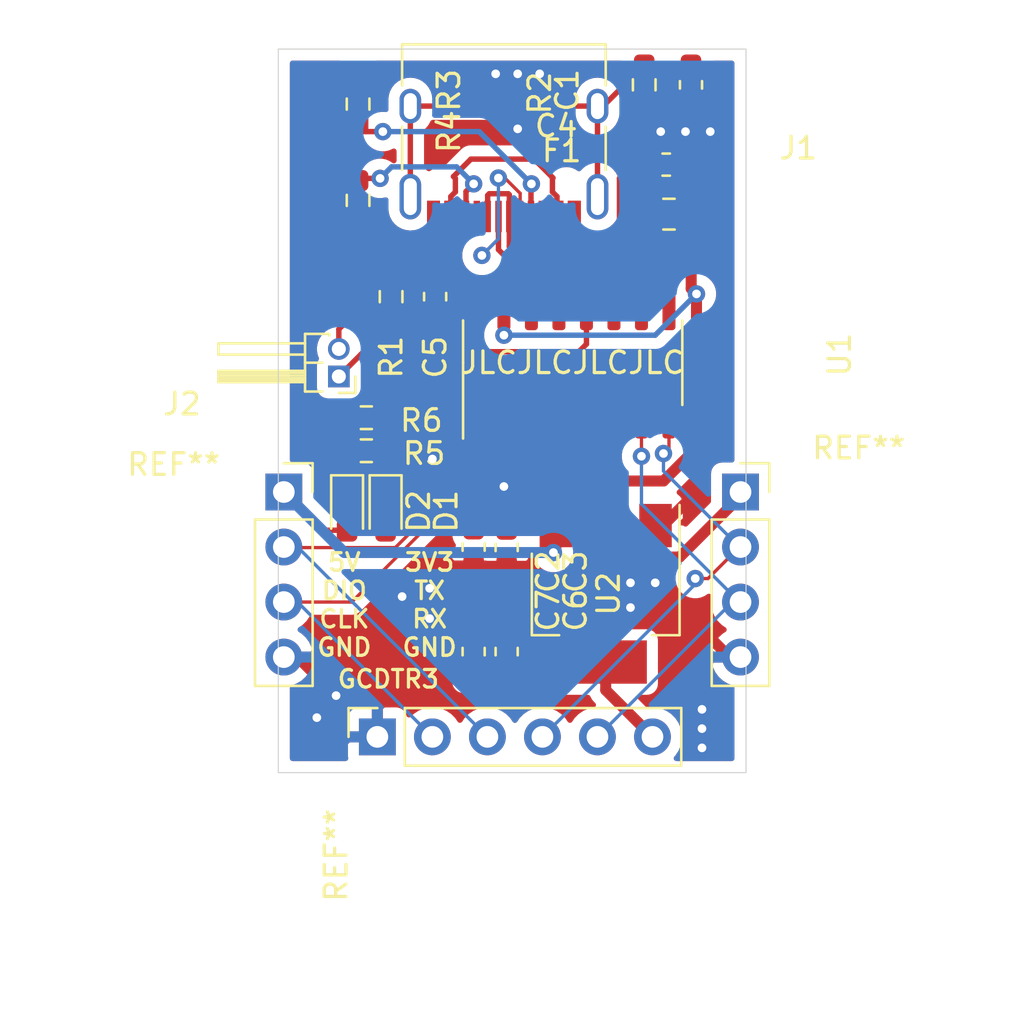
<source format=kicad_pcb>
(kicad_pcb (version 20171130) (host pcbnew "(5.1.9-0-10_14)")

  (general
    (thickness 1.6)
    (drawings 8)
    (tracks 187)
    (zones 0)
    (modules 23)
    (nets 20)
  )

  (page A4)
  (layers
    (0 F.Cu signal)
    (31 B.Cu signal)
    (32 B.Adhes user)
    (33 F.Adhes user)
    (34 B.Paste user)
    (35 F.Paste user)
    (36 B.SilkS user)
    (37 F.SilkS user)
    (38 B.Mask user)
    (39 F.Mask user)
    (40 Dwgs.User user)
    (41 Cmts.User user)
    (42 Eco1.User user)
    (43 Eco2.User user)
    (44 Edge.Cuts user)
    (45 Margin user)
    (46 B.CrtYd user)
    (47 F.CrtYd user)
    (48 B.Fab user)
    (49 F.Fab user)
  )

  (setup
    (last_trace_width 0.508)
    (user_trace_width 0.1524)
    (user_trace_width 0.508)
    (trace_clearance 0.2)
    (zone_clearance 0.508)
    (zone_45_only no)
    (trace_min 0.2)
    (via_size 0.8)
    (via_drill 0.4)
    (via_min_size 0.4)
    (via_min_drill 0.3)
    (uvia_size 0.3)
    (uvia_drill 0.1)
    (uvias_allowed no)
    (uvia_min_size 0.2)
    (uvia_min_drill 0.1)
    (edge_width 0.05)
    (segment_width 0.2)
    (pcb_text_width 0.3)
    (pcb_text_size 1.5 1.5)
    (mod_edge_width 0.12)
    (mod_text_size 1 1)
    (mod_text_width 0.15)
    (pad_size 1.7 1.7)
    (pad_drill 1)
    (pad_to_mask_clearance 0)
    (aux_axis_origin 0 0)
    (visible_elements FFFFFF7F)
    (pcbplotparams
      (layerselection 0x010fc_ffffffff)
      (usegerberextensions false)
      (usegerberattributes true)
      (usegerberadvancedattributes true)
      (creategerberjobfile true)
      (excludeedgelayer true)
      (linewidth 0.100000)
      (plotframeref false)
      (viasonmask false)
      (mode 1)
      (useauxorigin false)
      (hpglpennumber 1)
      (hpglpenspeed 20)
      (hpglpendiameter 15.000000)
      (psnegative false)
      (psa4output false)
      (plotreference true)
      (plotvalue true)
      (plotinvisibletext false)
      (padsonsilk false)
      (subtractmaskfromsilk false)
      (outputformat 1)
      (mirror false)
      (drillshape 0)
      (scaleselection 1)
      (outputdirectory ""))
  )

  (net 0 "")
  (net 1 GND)
  (net 2 "Net-(C1-Pad1)")
  (net 3 +5V)
  (net 4 /V33)
  (net 5 +3V3)
  (net 6 "Net-(D1-Pad1)")
  (net 7 "Net-(D2-Pad1)")
  (net 8 "Net-(F1-Pad2)")
  (net 9 "Net-(J1-PadA5)")
  (net 10 /USB_N)
  (net 11 /USB_P)
  (net 12 "Net-(J1-PadB5)")
  (net 13 "Net-(J2-Pad2)")
  (net 14 /LED_RUN)
  (net 15 /LED_CON)
  (net 16 /TX)
  (net 17 /RX)
  (net 18 /T_SWCLK)
  (net 19 /T_SWDIO)

  (net_class Default "This is the default net class."
    (clearance 0.2)
    (trace_width 0.25)
    (via_dia 0.8)
    (via_drill 0.4)
    (uvia_dia 0.3)
    (uvia_drill 0.1)
    (add_net +3V3)
    (add_net +5V)
    (add_net /LED_CON)
    (add_net /LED_RUN)
    (add_net /RX)
    (add_net /TX)
    (add_net /T_SWCLK)
    (add_net /T_SWDIO)
    (add_net /USB_N)
    (add_net /USB_P)
    (add_net /V33)
    (add_net GND)
    (add_net "Net-(C1-Pad1)")
    (add_net "Net-(D1-Pad1)")
    (add_net "Net-(D2-Pad1)")
    (add_net "Net-(F1-Pad2)")
    (add_net "Net-(J1-PadA5)")
    (add_net "Net-(J1-PadB5)")
    (add_net "Net-(J2-Pad2)")
  )

  (module Connector_PinSocket_2.54mm:PinSocket_1x06_P2.54mm_Vertical (layer F.Cu) (tedit 6018EAFA) (tstamp 60197FA1)
    (at 118.999 68.834 90)
    (descr "Through hole straight socket strip, 1x06, 2.54mm pitch, single row (from Kicad 4.0.7), script generated")
    (tags "Through hole socket strip THT 1x06 2.54mm single row")
    (fp_text reference REF** (at -5.461 -1.905 90) (layer F.SilkS)
      (effects (font (size 1 1) (thickness 0.15)))
    )
    (fp_text value PinSocket_1x06_P2.54mm_Vertical (at 0 15.47 90) (layer F.Fab)
      (effects (font (size 1 1) (thickness 0.15)))
    )
    (fp_text user %R (at 0 6.35) (layer F.Fab)
      (effects (font (size 1 1) (thickness 0.15)))
    )
    (fp_line (start -1.27 -1.27) (end 0.635 -1.27) (layer F.Fab) (width 0.1))
    (fp_line (start 0.635 -1.27) (end 1.27 -0.635) (layer F.Fab) (width 0.1))
    (fp_line (start 1.27 -0.635) (end 1.27 13.97) (layer F.Fab) (width 0.1))
    (fp_line (start 1.27 13.97) (end -1.27 13.97) (layer F.Fab) (width 0.1))
    (fp_line (start -1.27 13.97) (end -1.27 -1.27) (layer F.Fab) (width 0.1))
    (fp_line (start -1.33 1.27) (end 1.33 1.27) (layer F.SilkS) (width 0.12))
    (fp_line (start -1.33 1.27) (end -1.33 14.03) (layer F.SilkS) (width 0.12))
    (fp_line (start -1.33 14.03) (end 1.33 14.03) (layer F.SilkS) (width 0.12))
    (fp_line (start 1.33 1.27) (end 1.33 14.03) (layer F.SilkS) (width 0.12))
    (fp_line (start 1.33 -1.33) (end 1.33 0) (layer F.SilkS) (width 0.12))
    (fp_line (start 0 -1.33) (end 1.33 -1.33) (layer F.SilkS) (width 0.12))
    (fp_line (start -1.8 -1.8) (end 1.75 -1.8) (layer F.CrtYd) (width 0.05))
    (fp_line (start 1.75 -1.8) (end 1.75 14.45) (layer F.CrtYd) (width 0.05))
    (fp_line (start 1.75 14.45) (end -1.8 14.45) (layer F.CrtYd) (width 0.05))
    (fp_line (start -1.8 14.45) (end -1.8 -1.8) (layer F.CrtYd) (width 0.05))
    (pad 6 thru_hole oval (at 0 12.7 90) (size 1.7 1.7) (drill 1) (layers *.Cu *.Mask)
      (net 5 +3V3))
    (pad 5 thru_hole oval (at 0 10.16 90) (size 1.7 1.7) (drill 1) (layers *.Cu *.Mask)
      (net 17 /RX))
    (pad 4 thru_hole oval (at 0 7.62 90) (size 1.7 1.7) (drill 1) (layers *.Cu *.Mask)
      (net 16 /TX))
    (pad 3 thru_hole oval (at 0 5.08 90) (size 1.7 1.7) (drill 1) (layers *.Cu *.Mask)
      (net 19 /T_SWDIO))
    (pad 2 thru_hole oval (at 0 2.54 90) (size 1.7 1.7) (drill 1) (layers *.Cu *.Mask)
      (net 18 /T_SWCLK))
    (pad 1 thru_hole rect (at 0 0 90) (size 1.7 1.7) (drill 1) (layers *.Cu *.Mask)
      (net 1 GND))
    (model ${KISYS3DMOD}/Connector_PinSocket_2.54mm.3dshapes/PinSocket_1x06_P2.54mm_Vertical.wrl
      (at (xyz 0 0 0))
      (scale (xyz 1 1 1))
      (rotate (xyz 0 0 0))
    )
  )

  (module Connector_PinSocket_2.54mm:PinSocket_1x04_P2.54mm_Vertical (layer F.Cu) (tedit 6018E95E) (tstamp 60197975)
    (at 114.681 57.531)
    (descr "Through hole straight socket strip, 1x04, 2.54mm pitch, single row (from Kicad 4.0.7), script generated")
    (tags "Through hole socket strip THT 1x04 2.54mm single row")
    (fp_text reference REF** (at -5.08 -1.27) (layer F.SilkS)
      (effects (font (size 1 1) (thickness 0.15)))
    )
    (fp_text value PinSocket_1x04_P2.54mm_Vertical (at 0 10.39) (layer F.Fab)
      (effects (font (size 1 1) (thickness 0.15)))
    )
    (fp_line (start -1.27 -1.27) (end 0.635 -1.27) (layer F.Fab) (width 0.1))
    (fp_line (start 0.635 -1.27) (end 1.27 -0.635) (layer F.Fab) (width 0.1))
    (fp_line (start 1.27 -0.635) (end 1.27 8.89) (layer F.Fab) (width 0.1))
    (fp_line (start 1.27 8.89) (end -1.27 8.89) (layer F.Fab) (width 0.1))
    (fp_line (start -1.27 8.89) (end -1.27 -1.27) (layer F.Fab) (width 0.1))
    (fp_line (start -1.33 1.27) (end 1.33 1.27) (layer F.SilkS) (width 0.12))
    (fp_line (start -1.33 1.27) (end -1.33 8.95) (layer F.SilkS) (width 0.12))
    (fp_line (start -1.33 8.95) (end 1.33 8.95) (layer F.SilkS) (width 0.12))
    (fp_line (start 1.33 1.27) (end 1.33 8.95) (layer F.SilkS) (width 0.12))
    (fp_line (start 1.33 -1.33) (end 1.33 0) (layer F.SilkS) (width 0.12))
    (fp_line (start 0 -1.33) (end 1.33 -1.33) (layer F.SilkS) (width 0.12))
    (fp_line (start -1.8 -1.8) (end 1.75 -1.8) (layer F.CrtYd) (width 0.05))
    (fp_line (start 1.75 -1.8) (end 1.75 9.4) (layer F.CrtYd) (width 0.05))
    (fp_line (start 1.75 9.4) (end -1.8 9.4) (layer F.CrtYd) (width 0.05))
    (fp_line (start -1.8 9.4) (end -1.8 -1.8) (layer F.CrtYd) (width 0.05))
    (fp_text user %R (at 0 3.81 90) (layer F.Fab)
      (effects (font (size 1 1) (thickness 0.15)))
    )
    (pad 1 thru_hole rect (at 0 0) (size 1.7 1.7) (drill 1) (layers *.Cu *.Mask)
      (net 3 +5V))
    (pad 2 thru_hole oval (at 0 2.54) (size 1.7 1.7) (drill 1) (layers *.Cu *.Mask)
      (net 19 /T_SWDIO))
    (pad 3 thru_hole oval (at 0 5.08) (size 1.7 1.7) (drill 1) (layers *.Cu *.Mask)
      (net 18 /T_SWCLK))
    (pad 4 thru_hole oval (at 0 7.62) (size 1.7 1.7) (drill 1) (layers *.Cu *.Mask)
      (net 1 GND))
    (model ${KISYS3DMOD}/Connector_PinSocket_2.54mm.3dshapes/PinSocket_1x04_P2.54mm_Vertical.wrl
      (at (xyz 0 0 0))
      (scale (xyz 1 1 1))
      (rotate (xyz 0 0 0))
    )
  )

  (module Connector_PinSocket_2.54mm:PinSocket_1x04_P2.54mm_Vertical (layer F.Cu) (tedit 6018EA20) (tstamp 6019795C)
    (at 135.763 57.531)
    (descr "Through hole straight socket strip, 1x04, 2.54mm pitch, single row (from Kicad 4.0.7), script generated")
    (tags "Through hole socket strip THT 1x04 2.54mm single row")
    (fp_text reference REF** (at 5.461 -2.032) (layer F.SilkS)
      (effects (font (size 1 1) (thickness 0.15)))
    )
    (fp_text value PinSocket_1x04_P2.54mm_Vertical (at 0 10.39) (layer F.Fab)
      (effects (font (size 1 1) (thickness 0.15)))
    )
    (fp_text user %R (at 0 3.81 90) (layer F.Fab)
      (effects (font (size 1 1) (thickness 0.15)))
    )
    (fp_line (start -1.27 -1.27) (end 0.635 -1.27) (layer F.Fab) (width 0.1))
    (fp_line (start 0.635 -1.27) (end 1.27 -0.635) (layer F.Fab) (width 0.1))
    (fp_line (start 1.27 -0.635) (end 1.27 8.89) (layer F.Fab) (width 0.1))
    (fp_line (start 1.27 8.89) (end -1.27 8.89) (layer F.Fab) (width 0.1))
    (fp_line (start -1.27 8.89) (end -1.27 -1.27) (layer F.Fab) (width 0.1))
    (fp_line (start -1.33 1.27) (end 1.33 1.27) (layer F.SilkS) (width 0.12))
    (fp_line (start -1.33 1.27) (end -1.33 8.95) (layer F.SilkS) (width 0.12))
    (fp_line (start -1.33 8.95) (end 1.33 8.95) (layer F.SilkS) (width 0.12))
    (fp_line (start 1.33 1.27) (end 1.33 8.95) (layer F.SilkS) (width 0.12))
    (fp_line (start 1.33 -1.33) (end 1.33 0) (layer F.SilkS) (width 0.12))
    (fp_line (start 0 -1.33) (end 1.33 -1.33) (layer F.SilkS) (width 0.12))
    (fp_line (start -1.8 -1.8) (end 1.75 -1.8) (layer F.CrtYd) (width 0.05))
    (fp_line (start 1.75 -1.8) (end 1.75 9.4) (layer F.CrtYd) (width 0.05))
    (fp_line (start 1.75 9.4) (end -1.8 9.4) (layer F.CrtYd) (width 0.05))
    (fp_line (start -1.8 9.4) (end -1.8 -1.8) (layer F.CrtYd) (width 0.05))
    (pad 4 thru_hole oval (at 0 7.62) (size 1.7 1.7) (drill 1) (layers *.Cu *.Mask)
      (net 1 GND))
    (pad 3 thru_hole oval (at 0 5.08) (size 1.7 1.7) (drill 1) (layers *.Cu *.Mask)
      (net 17 /RX))
    (pad 2 thru_hole oval (at 0 2.54) (size 1.7 1.7) (drill 1) (layers *.Cu *.Mask)
      (net 16 /TX))
    (pad 1 thru_hole rect (at 0 0) (size 1.7 1.7) (drill 1) (layers *.Cu *.Mask)
      (net 5 +3V3))
    (model ${KISYS3DMOD}/Connector_PinSocket_2.54mm.3dshapes/PinSocket_1x04_P2.54mm_Vertical.wrl
      (at (xyz 0 0 0))
      (scale (xyz 1 1 1))
      (rotate (xyz 0 0 0))
    )
  )

  (module Package_TO_SOT_SMD:SOT-223-3_TabPin2 (layer F.Cu) (tedit 5A02FF57) (tstamp 60193A97)
    (at 129.54 62.23 270)
    (descr "module CMS SOT223 4 pins")
    (tags "CMS SOT")
    (path /601A3EEC)
    (attr smd)
    (fp_text reference U2 (at 0 -0.127 90) (layer F.SilkS)
      (effects (font (size 1 1) (thickness 0.15)))
    )
    (fp_text value AMS1117-3.3 (at 0 4.5 90) (layer F.Fab)
      (effects (font (size 1 1) (thickness 0.15)))
    )
    (fp_text user %R (at 0 0) (layer F.Fab)
      (effects (font (size 0.8 0.8) (thickness 0.12)))
    )
    (fp_line (start 1.91 3.41) (end 1.91 2.15) (layer F.SilkS) (width 0.12))
    (fp_line (start 1.91 -3.41) (end 1.91 -2.15) (layer F.SilkS) (width 0.12))
    (fp_line (start 4.4 -3.6) (end -4.4 -3.6) (layer F.CrtYd) (width 0.05))
    (fp_line (start 4.4 3.6) (end 4.4 -3.6) (layer F.CrtYd) (width 0.05))
    (fp_line (start -4.4 3.6) (end 4.4 3.6) (layer F.CrtYd) (width 0.05))
    (fp_line (start -4.4 -3.6) (end -4.4 3.6) (layer F.CrtYd) (width 0.05))
    (fp_line (start -1.85 -2.35) (end -0.85 -3.35) (layer F.Fab) (width 0.1))
    (fp_line (start -1.85 -2.35) (end -1.85 3.35) (layer F.Fab) (width 0.1))
    (fp_line (start -1.85 3.41) (end 1.91 3.41) (layer F.SilkS) (width 0.12))
    (fp_line (start -0.85 -3.35) (end 1.85 -3.35) (layer F.Fab) (width 0.1))
    (fp_line (start -4.1 -3.41) (end 1.91 -3.41) (layer F.SilkS) (width 0.12))
    (fp_line (start -1.85 3.35) (end 1.85 3.35) (layer F.Fab) (width 0.1))
    (fp_line (start 1.85 -3.35) (end 1.85 3.35) (layer F.Fab) (width 0.1))
    (pad 1 smd rect (at -3.15 -2.3 270) (size 2 1.5) (layers F.Cu F.Paste F.Mask)
      (net 1 GND))
    (pad 3 smd rect (at -3.15 2.3 270) (size 2 1.5) (layers F.Cu F.Paste F.Mask)
      (net 3 +5V))
    (pad 2 smd rect (at -3.15 0 270) (size 2 1.5) (layers F.Cu F.Paste F.Mask)
      (net 5 +3V3))
    (pad 2 smd rect (at 3.15 0 270) (size 2 3.8) (layers F.Cu F.Paste F.Mask)
      (net 5 +3V3))
    (model ${KISYS3DMOD}/Package_TO_SOT_SMD.3dshapes/SOT-223.wrl
      (at (xyz 0 0 0))
      (scale (xyz 1 1 1))
      (rotate (xyz 0 0 0))
    )
  )

  (module Package_SO:SOP-16_3.9x9.9mm_P1.27mm (layer F.Cu) (tedit 6018E9C3) (tstamp 60193A81)
    (at 128.016 51.562 90)
    (descr "SOP, 16 Pin (https://www.diodes.com/assets/Datasheets/PAM8403.pdf), generated with kicad-footprint-generator ipc_gullwing_generator.py")
    (tags "SOP SO")
    (path /601805BB)
    (attr smd)
    (fp_text reference U1 (at 0.381 12.319 90) (layer F.SilkS)
      (effects (font (size 1 1) (thickness 0.15)))
    )
    (fp_text value CH549N (at 0 5.9 90) (layer F.Fab)
      (effects (font (size 1 1) (thickness 0.15)))
    )
    (fp_text user %R (at 0 0 90) (layer F.Fab)
      (effects (font (size 0.98 0.98) (thickness 0.15)))
    )
    (fp_line (start 0 5.06) (end 1.95 5.06) (layer F.SilkS) (width 0.12))
    (fp_line (start 0 5.06) (end -1.95 5.06) (layer F.SilkS) (width 0.12))
    (fp_line (start 0 -5.06) (end 1.95 -5.06) (layer F.SilkS) (width 0.12))
    (fp_line (start 0 -5.06) (end -3.5 -5.06) (layer F.SilkS) (width 0.12))
    (fp_line (start -0.975 -4.95) (end 1.95 -4.95) (layer F.Fab) (width 0.1))
    (fp_line (start 1.95 -4.95) (end 1.95 4.95) (layer F.Fab) (width 0.1))
    (fp_line (start 1.95 4.95) (end -1.95 4.95) (layer F.Fab) (width 0.1))
    (fp_line (start -1.95 4.95) (end -1.95 -3.975) (layer F.Fab) (width 0.1))
    (fp_line (start -1.95 -3.975) (end -0.975 -4.95) (layer F.Fab) (width 0.1))
    (fp_line (start -3.75 -5.2) (end -3.75 5.2) (layer F.CrtYd) (width 0.05))
    (fp_line (start -3.75 5.2) (end 3.75 5.2) (layer F.CrtYd) (width 0.05))
    (fp_line (start 3.75 5.2) (end 3.75 -5.2) (layer F.CrtYd) (width 0.05))
    (fp_line (start 3.75 -5.2) (end -3.75 -5.2) (layer F.CrtYd) (width 0.05))
    (pad 16 smd roundrect (at 2.5 -4.445 90) (size 2 0.6) (layers F.Cu F.Paste F.Mask) (roundrect_rratio 0.25)
      (net 4 /V33))
    (pad 15 smd roundrect (at 2.5 -3.175 90) (size 2 0.6) (layers F.Cu F.Paste F.Mask) (roundrect_rratio 0.25)
      (net 3 +5V))
    (pad 14 smd roundrect (at 2.5 -1.905 90) (size 2 0.6) (layers F.Cu F.Paste F.Mask) (roundrect_rratio 0.25)
      (net 1 GND))
    (pad 13 smd roundrect (at 2.5 -0.635 90) (size 2 0.6) (layers F.Cu F.Paste F.Mask) (roundrect_rratio 0.25)
      (net 10 /USB_N))
    (pad 12 smd roundrect (at 2.5 0.635 90) (size 2 0.6) (layers F.Cu F.Paste F.Mask) (roundrect_rratio 0.25)
      (net 11 /USB_P))
    (pad 11 smd roundrect (at 2.5 1.905 90) (size 2 0.6) (layers F.Cu F.Paste F.Mask) (roundrect_rratio 0.25))
    (pad 10 smd roundrect (at 2.5 3.175 90) (size 2 0.6) (layers F.Cu F.Paste F.Mask) (roundrect_rratio 0.25))
    (pad 9 smd roundrect (at 2.5 4.445 90) (size 2 0.6) (layers F.Cu F.Paste F.Mask) (roundrect_rratio 0.25))
    (pad 8 smd roundrect (at -2.5 4.445 90) (size 2 0.6) (layers F.Cu F.Paste F.Mask) (roundrect_rratio 0.25)
      (net 16 /TX))
    (pad 7 smd roundrect (at -2.5 3.175 90) (size 2 0.6) (layers F.Cu F.Paste F.Mask) (roundrect_rratio 0.25)
      (net 17 /RX))
    (pad 6 smd roundrect (at -2.5 1.905 90) (size 2 0.6) (layers F.Cu F.Paste F.Mask) (roundrect_rratio 0.25))
    (pad 5 smd roundrect (at -2.5 0.635 90) (size 2 0.6) (layers F.Cu F.Paste F.Mask) (roundrect_rratio 0.25)
      (net 15 /LED_CON))
    (pad 4 smd roundrect (at -2.5 -0.635 90) (size 2 0.6) (layers F.Cu F.Paste F.Mask) (roundrect_rratio 0.25)
      (net 14 /LED_RUN))
    (pad 3 smd roundrect (at -2.5 -1.905 90) (size 2 0.6) (layers F.Cu F.Paste F.Mask) (roundrect_rratio 0.25))
    (pad 2 smd roundrect (at -2.5 -3.175 90) (size 2 0.6) (layers F.Cu F.Paste F.Mask) (roundrect_rratio 0.25)
      (net 18 /T_SWCLK))
    (pad 1 smd roundrect (at -2.5 -4.445 90) (size 2 0.6) (layers F.Cu F.Paste F.Mask) (roundrect_rratio 0.25)
      (net 19 /T_SWDIO))
    (model ${KISYS3DMOD}/Package_SO.3dshapes/SOP-16_3.9x9.9mm_P1.27mm.wrl
      (at (xyz 0 0 0))
      (scale (xyz 1 1 1))
      (rotate (xyz 0 0 0))
    )
  )

  (module Resistor_SMD:R_0603_1608Metric_Pad0.98x0.95mm_HandSolder (layer F.Cu) (tedit 5F68FEEE) (tstamp 60193A5F)
    (at 118.491 54.102)
    (descr "Resistor SMD 0603 (1608 Metric), square (rectangular) end terminal, IPC_7351 nominal with elongated pad for handsoldering. (Body size source: IPC-SM-782 page 72, https://www.pcb-3d.com/wordpress/wp-content/uploads/ipc-sm-782a_amendment_1_and_2.pdf), generated with kicad-footprint-generator")
    (tags "resistor handsolder")
    (path /6019226E)
    (attr smd)
    (fp_text reference R6 (at 2.54 0.127) (layer F.SilkS)
      (effects (font (size 1 1) (thickness 0.15)))
    )
    (fp_text value 1K (at 0 1.43) (layer F.Fab)
      (effects (font (size 1 1) (thickness 0.15)))
    )
    (fp_text user %R (at 0 0) (layer F.Fab)
      (effects (font (size 0.4 0.4) (thickness 0.06)))
    )
    (fp_line (start -0.8 0.4125) (end -0.8 -0.4125) (layer F.Fab) (width 0.1))
    (fp_line (start -0.8 -0.4125) (end 0.8 -0.4125) (layer F.Fab) (width 0.1))
    (fp_line (start 0.8 -0.4125) (end 0.8 0.4125) (layer F.Fab) (width 0.1))
    (fp_line (start 0.8 0.4125) (end -0.8 0.4125) (layer F.Fab) (width 0.1))
    (fp_line (start -0.254724 -0.5225) (end 0.254724 -0.5225) (layer F.SilkS) (width 0.12))
    (fp_line (start -0.254724 0.5225) (end 0.254724 0.5225) (layer F.SilkS) (width 0.12))
    (fp_line (start -1.65 0.73) (end -1.65 -0.73) (layer F.CrtYd) (width 0.05))
    (fp_line (start -1.65 -0.73) (end 1.65 -0.73) (layer F.CrtYd) (width 0.05))
    (fp_line (start 1.65 -0.73) (end 1.65 0.73) (layer F.CrtYd) (width 0.05))
    (fp_line (start 1.65 0.73) (end -1.65 0.73) (layer F.CrtYd) (width 0.05))
    (pad 2 smd roundrect (at 0.9125 0) (size 0.975 0.95) (layers F.Cu F.Paste F.Mask) (roundrect_rratio 0.25)
      (net 15 /LED_CON))
    (pad 1 smd roundrect (at -0.9125 0) (size 0.975 0.95) (layers F.Cu F.Paste F.Mask) (roundrect_rratio 0.25)
      (net 7 "Net-(D2-Pad1)"))
    (model ${KISYS3DMOD}/Resistor_SMD.3dshapes/R_0603_1608Metric.wrl
      (at (xyz 0 0 0))
      (scale (xyz 1 1 1))
      (rotate (xyz 0 0 0))
    )
  )

  (module Resistor_SMD:R_0603_1608Metric_Pad0.98x0.95mm_HandSolder (layer F.Cu) (tedit 5F68FEEE) (tstamp 60193A4E)
    (at 118.491 55.626)
    (descr "Resistor SMD 0603 (1608 Metric), square (rectangular) end terminal, IPC_7351 nominal with elongated pad for handsoldering. (Body size source: IPC-SM-782 page 72, https://www.pcb-3d.com/wordpress/wp-content/uploads/ipc-sm-782a_amendment_1_and_2.pdf), generated with kicad-footprint-generator")
    (tags "resistor handsolder")
    (path /6018F34D)
    (attr smd)
    (fp_text reference R5 (at 2.667 0.127) (layer F.SilkS)
      (effects (font (size 1 1) (thickness 0.15)))
    )
    (fp_text value 1K (at 0 1.43) (layer F.Fab)
      (effects (font (size 1 1) (thickness 0.15)))
    )
    (fp_text user %R (at 0 0) (layer F.Fab)
      (effects (font (size 0.4 0.4) (thickness 0.06)))
    )
    (fp_line (start -0.8 0.4125) (end -0.8 -0.4125) (layer F.Fab) (width 0.1))
    (fp_line (start -0.8 -0.4125) (end 0.8 -0.4125) (layer F.Fab) (width 0.1))
    (fp_line (start 0.8 -0.4125) (end 0.8 0.4125) (layer F.Fab) (width 0.1))
    (fp_line (start 0.8 0.4125) (end -0.8 0.4125) (layer F.Fab) (width 0.1))
    (fp_line (start -0.254724 -0.5225) (end 0.254724 -0.5225) (layer F.SilkS) (width 0.12))
    (fp_line (start -0.254724 0.5225) (end 0.254724 0.5225) (layer F.SilkS) (width 0.12))
    (fp_line (start -1.65 0.73) (end -1.65 -0.73) (layer F.CrtYd) (width 0.05))
    (fp_line (start -1.65 -0.73) (end 1.65 -0.73) (layer F.CrtYd) (width 0.05))
    (fp_line (start 1.65 -0.73) (end 1.65 0.73) (layer F.CrtYd) (width 0.05))
    (fp_line (start 1.65 0.73) (end -1.65 0.73) (layer F.CrtYd) (width 0.05))
    (pad 2 smd roundrect (at 0.9125 0) (size 0.975 0.95) (layers F.Cu F.Paste F.Mask) (roundrect_rratio 0.25)
      (net 14 /LED_RUN))
    (pad 1 smd roundrect (at -0.9125 0) (size 0.975 0.95) (layers F.Cu F.Paste F.Mask) (roundrect_rratio 0.25)
      (net 6 "Net-(D1-Pad1)"))
    (model ${KISYS3DMOD}/Resistor_SMD.3dshapes/R_0603_1608Metric.wrl
      (at (xyz 0 0 0))
      (scale (xyz 1 1 1))
      (rotate (xyz 0 0 0))
    )
  )

  (module Resistor_SMD:R_0603_1608Metric_Pad0.98x0.95mm_HandSolder (layer F.Cu) (tedit 5F68FEEE) (tstamp 60193A3D)
    (at 118.11 44.069 90)
    (descr "Resistor SMD 0603 (1608 Metric), square (rectangular) end terminal, IPC_7351 nominal with elongated pad for handsoldering. (Body size source: IPC-SM-782 page 72, https://www.pcb-3d.com/wordpress/wp-content/uploads/ipc-sm-782a_amendment_1_and_2.pdf), generated with kicad-footprint-generator")
    (tags "resistor handsolder")
    (path /601981A8)
    (attr smd)
    (fp_text reference R4 (at 3.175 4.191 90) (layer F.SilkS)
      (effects (font (size 1 1) (thickness 0.15)))
    )
    (fp_text value 5K1 (at 0 1.43 90) (layer F.Fab)
      (effects (font (size 1 1) (thickness 0.15)))
    )
    (fp_text user %R (at 0 0 90) (layer F.Fab)
      (effects (font (size 0.4 0.4) (thickness 0.06)))
    )
    (fp_line (start -0.8 0.4125) (end -0.8 -0.4125) (layer F.Fab) (width 0.1))
    (fp_line (start -0.8 -0.4125) (end 0.8 -0.4125) (layer F.Fab) (width 0.1))
    (fp_line (start 0.8 -0.4125) (end 0.8 0.4125) (layer F.Fab) (width 0.1))
    (fp_line (start 0.8 0.4125) (end -0.8 0.4125) (layer F.Fab) (width 0.1))
    (fp_line (start -0.254724 -0.5225) (end 0.254724 -0.5225) (layer F.SilkS) (width 0.12))
    (fp_line (start -0.254724 0.5225) (end 0.254724 0.5225) (layer F.SilkS) (width 0.12))
    (fp_line (start -1.65 0.73) (end -1.65 -0.73) (layer F.CrtYd) (width 0.05))
    (fp_line (start -1.65 -0.73) (end 1.65 -0.73) (layer F.CrtYd) (width 0.05))
    (fp_line (start 1.65 -0.73) (end 1.65 0.73) (layer F.CrtYd) (width 0.05))
    (fp_line (start 1.65 0.73) (end -1.65 0.73) (layer F.CrtYd) (width 0.05))
    (pad 2 smd roundrect (at 0.9125 0 90) (size 0.975 0.95) (layers F.Cu F.Paste F.Mask) (roundrect_rratio 0.25)
      (net 12 "Net-(J1-PadB5)"))
    (pad 1 smd roundrect (at -0.9125 0 90) (size 0.975 0.95) (layers F.Cu F.Paste F.Mask) (roundrect_rratio 0.25)
      (net 1 GND))
    (model ${KISYS3DMOD}/Resistor_SMD.3dshapes/R_0603_1608Metric.wrl
      (at (xyz 0 0 0))
      (scale (xyz 1 1 1))
      (rotate (xyz 0 0 0))
    )
  )

  (module Resistor_SMD:R_0603_1608Metric_Pad0.98x0.95mm_HandSolder (layer F.Cu) (tedit 5F68FEEE) (tstamp 60193A2C)
    (at 118.11 39.624 270)
    (descr "Resistor SMD 0603 (1608 Metric), square (rectangular) end terminal, IPC_7351 nominal with elongated pad for handsoldering. (Body size source: IPC-SM-782 page 72, https://www.pcb-3d.com/wordpress/wp-content/uploads/ipc-sm-782a_amendment_1_and_2.pdf), generated with kicad-footprint-generator")
    (tags "resistor handsolder")
    (path /60195BF4)
    (attr smd)
    (fp_text reference R3 (at -0.635 -4.191 90) (layer F.SilkS)
      (effects (font (size 1 1) (thickness 0.15)))
    )
    (fp_text value 5K1 (at 0 1.43 90) (layer F.Fab)
      (effects (font (size 1 1) (thickness 0.15)))
    )
    (fp_text user %R (at 0 0 90) (layer F.Fab)
      (effects (font (size 0.4 0.4) (thickness 0.06)))
    )
    (fp_line (start -0.8 0.4125) (end -0.8 -0.4125) (layer F.Fab) (width 0.1))
    (fp_line (start -0.8 -0.4125) (end 0.8 -0.4125) (layer F.Fab) (width 0.1))
    (fp_line (start 0.8 -0.4125) (end 0.8 0.4125) (layer F.Fab) (width 0.1))
    (fp_line (start 0.8 0.4125) (end -0.8 0.4125) (layer F.Fab) (width 0.1))
    (fp_line (start -0.254724 -0.5225) (end 0.254724 -0.5225) (layer F.SilkS) (width 0.12))
    (fp_line (start -0.254724 0.5225) (end 0.254724 0.5225) (layer F.SilkS) (width 0.12))
    (fp_line (start -1.65 0.73) (end -1.65 -0.73) (layer F.CrtYd) (width 0.05))
    (fp_line (start -1.65 -0.73) (end 1.65 -0.73) (layer F.CrtYd) (width 0.05))
    (fp_line (start 1.65 -0.73) (end 1.65 0.73) (layer F.CrtYd) (width 0.05))
    (fp_line (start 1.65 0.73) (end -1.65 0.73) (layer F.CrtYd) (width 0.05))
    (pad 2 smd roundrect (at 0.9125 0 270) (size 0.975 0.95) (layers F.Cu F.Paste F.Mask) (roundrect_rratio 0.25)
      (net 9 "Net-(J1-PadA5)"))
    (pad 1 smd roundrect (at -0.9125 0 270) (size 0.975 0.95) (layers F.Cu F.Paste F.Mask) (roundrect_rratio 0.25)
      (net 1 GND))
    (model ${KISYS3DMOD}/Resistor_SMD.3dshapes/R_0603_1608Metric.wrl
      (at (xyz 0 0 0))
      (scale (xyz 1 1 1))
      (rotate (xyz 0 0 0))
    )
  )

  (module Resistor_SMD:R_0603_1608Metric_Pad0.98x0.95mm_HandSolder (layer F.Cu) (tedit 5F68FEEE) (tstamp 60193A1B)
    (at 131.318 38.735 270)
    (descr "Resistor SMD 0603 (1608 Metric), square (rectangular) end terminal, IPC_7351 nominal with elongated pad for handsoldering. (Body size source: IPC-SM-782 page 72, https://www.pcb-3d.com/wordpress/wp-content/uploads/ipc-sm-782a_amendment_1_and_2.pdf), generated with kicad-footprint-generator")
    (tags "resistor handsolder")
    (path /6019F884)
    (attr smd)
    (fp_text reference R2 (at 0.381 4.826 90) (layer F.SilkS)
      (effects (font (size 1 1) (thickness 0.15)))
    )
    (fp_text value 1M (at 0 1.43 90) (layer F.Fab)
      (effects (font (size 1 1) (thickness 0.15)))
    )
    (fp_text user %R (at 0 0 90) (layer F.Fab)
      (effects (font (size 0.4 0.4) (thickness 0.06)))
    )
    (fp_line (start -0.8 0.4125) (end -0.8 -0.4125) (layer F.Fab) (width 0.1))
    (fp_line (start -0.8 -0.4125) (end 0.8 -0.4125) (layer F.Fab) (width 0.1))
    (fp_line (start 0.8 -0.4125) (end 0.8 0.4125) (layer F.Fab) (width 0.1))
    (fp_line (start 0.8 0.4125) (end -0.8 0.4125) (layer F.Fab) (width 0.1))
    (fp_line (start -0.254724 -0.5225) (end 0.254724 -0.5225) (layer F.SilkS) (width 0.12))
    (fp_line (start -0.254724 0.5225) (end 0.254724 0.5225) (layer F.SilkS) (width 0.12))
    (fp_line (start -1.65 0.73) (end -1.65 -0.73) (layer F.CrtYd) (width 0.05))
    (fp_line (start -1.65 -0.73) (end 1.65 -0.73) (layer F.CrtYd) (width 0.05))
    (fp_line (start 1.65 -0.73) (end 1.65 0.73) (layer F.CrtYd) (width 0.05))
    (fp_line (start 1.65 0.73) (end -1.65 0.73) (layer F.CrtYd) (width 0.05))
    (pad 2 smd roundrect (at 0.9125 0 270) (size 0.975 0.95) (layers F.Cu F.Paste F.Mask) (roundrect_rratio 0.25)
      (net 1 GND))
    (pad 1 smd roundrect (at -0.9125 0 270) (size 0.975 0.95) (layers F.Cu F.Paste F.Mask) (roundrect_rratio 0.25)
      (net 2 "Net-(C1-Pad1)"))
    (model ${KISYS3DMOD}/Resistor_SMD.3dshapes/R_0603_1608Metric.wrl
      (at (xyz 0 0 0))
      (scale (xyz 1 1 1))
      (rotate (xyz 0 0 0))
    )
  )

  (module Resistor_SMD:R_0603_1608Metric_Pad0.98x0.95mm_HandSolder (layer F.Cu) (tedit 5F68FEEE) (tstamp 60193A0A)
    (at 119.634 48.514 270)
    (descr "Resistor SMD 0603 (1608 Metric), square (rectangular) end terminal, IPC_7351 nominal with elongated pad for handsoldering. (Body size source: IPC-SM-782 page 72, https://www.pcb-3d.com/wordpress/wp-content/uploads/ipc-sm-782a_amendment_1_and_2.pdf), generated with kicad-footprint-generator")
    (tags "resistor handsolder")
    (path /60186730)
    (attr smd)
    (fp_text reference R1 (at 2.794 0 90) (layer F.SilkS)
      (effects (font (size 1 1) (thickness 0.15)))
    )
    (fp_text value 4K7 (at 0 1.43 90) (layer F.Fab)
      (effects (font (size 1 1) (thickness 0.15)))
    )
    (fp_text user %R (at 0 0 90) (layer F.Fab)
      (effects (font (size 0.4 0.4) (thickness 0.06)))
    )
    (fp_line (start -0.8 0.4125) (end -0.8 -0.4125) (layer F.Fab) (width 0.1))
    (fp_line (start -0.8 -0.4125) (end 0.8 -0.4125) (layer F.Fab) (width 0.1))
    (fp_line (start 0.8 -0.4125) (end 0.8 0.4125) (layer F.Fab) (width 0.1))
    (fp_line (start 0.8 0.4125) (end -0.8 0.4125) (layer F.Fab) (width 0.1))
    (fp_line (start -0.254724 -0.5225) (end 0.254724 -0.5225) (layer F.SilkS) (width 0.12))
    (fp_line (start -0.254724 0.5225) (end 0.254724 0.5225) (layer F.SilkS) (width 0.12))
    (fp_line (start -1.65 0.73) (end -1.65 -0.73) (layer F.CrtYd) (width 0.05))
    (fp_line (start -1.65 -0.73) (end 1.65 -0.73) (layer F.CrtYd) (width 0.05))
    (fp_line (start 1.65 -0.73) (end 1.65 0.73) (layer F.CrtYd) (width 0.05))
    (fp_line (start 1.65 0.73) (end -1.65 0.73) (layer F.CrtYd) (width 0.05))
    (pad 2 smd roundrect (at 0.9125 0 270) (size 0.975 0.95) (layers F.Cu F.Paste F.Mask) (roundrect_rratio 0.25)
      (net 4 /V33))
    (pad 1 smd roundrect (at -0.9125 0 270) (size 0.975 0.95) (layers F.Cu F.Paste F.Mask) (roundrect_rratio 0.25)
      (net 13 "Net-(J2-Pad2)"))
    (model ${KISYS3DMOD}/Resistor_SMD.3dshapes/R_0603_1608Metric.wrl
      (at (xyz 0 0 0))
      (scale (xyz 1 1 1))
      (rotate (xyz 0 0 0))
    )
  )

  (module Connector_PinHeader_1.27mm:PinHeader_1x02_P1.27mm_Horizontal (layer F.Cu) (tedit 59FED6E3) (tstamp 601939F9)
    (at 117.221 52.197 180)
    (descr "Through hole angled pin header, 1x02, 1.27mm pitch, 4.0mm pin length, single row")
    (tags "Through hole angled pin header THT 1x02 1.27mm single row")
    (path /60183D0F)
    (fp_text reference J2 (at 7.239 -1.27) (layer F.SilkS)
      (effects (font (size 1 1) (thickness 0.15)))
    )
    (fp_text value DOWNLOAD (at 2.4325 2.905) (layer F.Fab)
      (effects (font (size 1 1) (thickness 0.15)))
    )
    (fp_text user %R (at 1 0.635 90) (layer F.Fab)
      (effects (font (size 0.6 0.6) (thickness 0.09)))
    )
    (fp_line (start 0.75 -0.635) (end 1.5 -0.635) (layer F.Fab) (width 0.1))
    (fp_line (start 1.5 -0.635) (end 1.5 1.905) (layer F.Fab) (width 0.1))
    (fp_line (start 1.5 1.905) (end 0.5 1.905) (layer F.Fab) (width 0.1))
    (fp_line (start 0.5 1.905) (end 0.5 -0.385) (layer F.Fab) (width 0.1))
    (fp_line (start 0.5 -0.385) (end 0.75 -0.635) (layer F.Fab) (width 0.1))
    (fp_line (start -0.2 -0.2) (end 0.5 -0.2) (layer F.Fab) (width 0.1))
    (fp_line (start -0.2 -0.2) (end -0.2 0.2) (layer F.Fab) (width 0.1))
    (fp_line (start -0.2 0.2) (end 0.5 0.2) (layer F.Fab) (width 0.1))
    (fp_line (start 1.5 -0.2) (end 5.5 -0.2) (layer F.Fab) (width 0.1))
    (fp_line (start 5.5 -0.2) (end 5.5 0.2) (layer F.Fab) (width 0.1))
    (fp_line (start 1.5 0.2) (end 5.5 0.2) (layer F.Fab) (width 0.1))
    (fp_line (start -0.2 1.07) (end 0.5 1.07) (layer F.Fab) (width 0.1))
    (fp_line (start -0.2 1.07) (end -0.2 1.47) (layer F.Fab) (width 0.1))
    (fp_line (start -0.2 1.47) (end 0.5 1.47) (layer F.Fab) (width 0.1))
    (fp_line (start 1.5 1.07) (end 5.5 1.07) (layer F.Fab) (width 0.1))
    (fp_line (start 5.5 1.07) (end 5.5 1.47) (layer F.Fab) (width 0.1))
    (fp_line (start 1.5 1.47) (end 5.5 1.47) (layer F.Fab) (width 0.1))
    (fp_line (start 0.76 -0.695) (end 1.56 -0.695) (layer F.SilkS) (width 0.12))
    (fp_line (start 1.56 -0.695) (end 1.56 1.965) (layer F.SilkS) (width 0.12))
    (fp_line (start 1.56 1.965) (end 0.44 1.965) (layer F.SilkS) (width 0.12))
    (fp_line (start 0.44 1.965) (end 0.44 1.889677) (layer F.SilkS) (width 0.12))
    (fp_line (start 1.56 -0.26) (end 5.56 -0.26) (layer F.SilkS) (width 0.12))
    (fp_line (start 5.56 -0.26) (end 5.56 0.26) (layer F.SilkS) (width 0.12))
    (fp_line (start 5.56 0.26) (end 1.56 0.26) (layer F.SilkS) (width 0.12))
    (fp_line (start 1.56 -0.2) (end 5.56 -0.2) (layer F.SilkS) (width 0.12))
    (fp_line (start 1.56 -0.08) (end 5.56 -0.08) (layer F.SilkS) (width 0.12))
    (fp_line (start 1.56 0.04) (end 5.56 0.04) (layer F.SilkS) (width 0.12))
    (fp_line (start 1.56 0.16) (end 5.56 0.16) (layer F.SilkS) (width 0.12))
    (fp_line (start 0.76 0.635) (end 1.56 0.635) (layer F.SilkS) (width 0.12))
    (fp_line (start 1.56 1.01) (end 5.56 1.01) (layer F.SilkS) (width 0.12))
    (fp_line (start 5.56 1.01) (end 5.56 1.53) (layer F.SilkS) (width 0.12))
    (fp_line (start 5.56 1.53) (end 1.56 1.53) (layer F.SilkS) (width 0.12))
    (fp_line (start -0.76 0) (end -0.76 -0.76) (layer F.SilkS) (width 0.12))
    (fp_line (start -0.76 -0.76) (end 0 -0.76) (layer F.SilkS) (width 0.12))
    (fp_line (start -1.15 -1.15) (end -1.15 2.45) (layer F.CrtYd) (width 0.05))
    (fp_line (start -1.15 2.45) (end 6 2.45) (layer F.CrtYd) (width 0.05))
    (fp_line (start 6 2.45) (end 6 -1.15) (layer F.CrtYd) (width 0.05))
    (fp_line (start 6 -1.15) (end -1.15 -1.15) (layer F.CrtYd) (width 0.05))
    (pad 2 thru_hole oval (at 0 1.27 180) (size 1 1) (drill 0.65) (layers *.Cu *.Mask)
      (net 13 "Net-(J2-Pad2)"))
    (pad 1 thru_hole rect (at 0 0 180) (size 1 1) (drill 0.65) (layers *.Cu *.Mask)
      (net 11 /USB_P))
    (model ${KISYS3DMOD}/Connector_PinHeader_1.27mm.3dshapes/PinHeader_1x02_P1.27mm_Horizontal.wrl
      (at (xyz 0 0 0))
      (scale (xyz 1 1 1))
      (rotate (xyz 0 0 0))
    )
  )

  (module Connector_USB:USB_C_Receptacle_HRO_TYPE-C-31-M-12 (layer F.Cu) (tedit 5D3C0721) (tstamp 601939CC)
    (at 124.841 40.767 180)
    (descr "USB Type-C receptacle for USB 2.0 and PD, http://www.krhro.com/uploads/soft/180320/1-1P320120243.pdf")
    (tags "usb usb-c 2.0 pd")
    (path /60192EC4)
    (attr smd)
    (fp_text reference J1 (at -13.589 -0.889) (layer F.SilkS)
      (effects (font (size 1 1) (thickness 0.15)))
    )
    (fp_text value USB_C_Receptacle_USB2.0 (at 0 5.1) (layer F.Fab)
      (effects (font (size 1 1) (thickness 0.15)))
    )
    (fp_text user %R (at 0 0) (layer F.Fab)
      (effects (font (size 1 1) (thickness 0.15)))
    )
    (fp_line (start -4.7 2) (end -4.7 3.9) (layer F.SilkS) (width 0.12))
    (fp_line (start -4.7 -1.9) (end -4.7 0.1) (layer F.SilkS) (width 0.12))
    (fp_line (start 4.7 2) (end 4.7 3.9) (layer F.SilkS) (width 0.12))
    (fp_line (start 4.7 -1.9) (end 4.7 0.1) (layer F.SilkS) (width 0.12))
    (fp_line (start 5.32 -5.27) (end 5.32 4.15) (layer F.CrtYd) (width 0.05))
    (fp_line (start -5.32 -5.27) (end -5.32 4.15) (layer F.CrtYd) (width 0.05))
    (fp_line (start -5.32 4.15) (end 5.32 4.15) (layer F.CrtYd) (width 0.05))
    (fp_line (start -5.32 -5.27) (end 5.32 -5.27) (layer F.CrtYd) (width 0.05))
    (fp_line (start 4.47 -3.65) (end 4.47 3.65) (layer F.Fab) (width 0.1))
    (fp_line (start -4.47 3.65) (end 4.47 3.65) (layer F.Fab) (width 0.1))
    (fp_line (start -4.47 -3.65) (end -4.47 3.65) (layer F.Fab) (width 0.1))
    (fp_line (start -4.47 -3.65) (end 4.47 -3.65) (layer F.Fab) (width 0.1))
    (fp_line (start -4.7 3.9) (end 4.7 3.9) (layer F.SilkS) (width 0.12))
    (pad B1 smd rect (at 3.25 -4.045 180) (size 0.6 1.45) (layers F.Cu F.Paste F.Mask)
      (net 1 GND))
    (pad A9 smd rect (at 2.45 -4.045 180) (size 0.6 1.45) (layers F.Cu F.Paste F.Mask)
      (net 8 "Net-(F1-Pad2)"))
    (pad B9 smd rect (at -2.45 -4.045 180) (size 0.6 1.45) (layers F.Cu F.Paste F.Mask)
      (net 8 "Net-(F1-Pad2)"))
    (pad B12 smd rect (at -3.25 -4.045 180) (size 0.6 1.45) (layers F.Cu F.Paste F.Mask)
      (net 1 GND))
    (pad A1 smd rect (at -3.25 -4.045 180) (size 0.6 1.45) (layers F.Cu F.Paste F.Mask)
      (net 1 GND))
    (pad A4 smd rect (at -2.45 -4.045 180) (size 0.6 1.45) (layers F.Cu F.Paste F.Mask)
      (net 8 "Net-(F1-Pad2)"))
    (pad B4 smd rect (at 2.45 -4.045 180) (size 0.6 1.45) (layers F.Cu F.Paste F.Mask)
      (net 8 "Net-(F1-Pad2)"))
    (pad A12 smd rect (at 3.25 -4.045 180) (size 0.6 1.45) (layers F.Cu F.Paste F.Mask)
      (net 1 GND))
    (pad B8 smd rect (at -1.75 -4.045 180) (size 0.3 1.45) (layers F.Cu F.Paste F.Mask))
    (pad A5 smd rect (at -1.25 -4.045 180) (size 0.3 1.45) (layers F.Cu F.Paste F.Mask)
      (net 9 "Net-(J1-PadA5)"))
    (pad B7 smd rect (at -0.75 -4.045 180) (size 0.3 1.45) (layers F.Cu F.Paste F.Mask)
      (net 10 /USB_N))
    (pad A7 smd rect (at 0.25 -4.045 180) (size 0.3 1.45) (layers F.Cu F.Paste F.Mask)
      (net 10 /USB_N))
    (pad B6 smd rect (at 0.75 -4.045 180) (size 0.3 1.45) (layers F.Cu F.Paste F.Mask)
      (net 11 /USB_P))
    (pad A8 smd rect (at 1.25 -4.045 180) (size 0.3 1.45) (layers F.Cu F.Paste F.Mask))
    (pad B5 smd rect (at 1.75 -4.045 180) (size 0.3 1.45) (layers F.Cu F.Paste F.Mask)
      (net 12 "Net-(J1-PadB5)"))
    (pad A6 smd rect (at -0.25 -4.045 180) (size 0.3 1.45) (layers F.Cu F.Paste F.Mask)
      (net 11 /USB_P))
    (pad S1 thru_hole oval (at 4.32 -3.13 180) (size 1 2.1) (drill oval 0.6 1.7) (layers *.Cu *.Mask)
      (net 2 "Net-(C1-Pad1)"))
    (pad S1 thru_hole oval (at -4.32 -3.13 180) (size 1 2.1) (drill oval 0.6 1.7) (layers *.Cu *.Mask)
      (net 2 "Net-(C1-Pad1)"))
    (pad "" np_thru_hole circle (at -2.89 -2.6 180) (size 0.65 0.65) (drill 0.65) (layers *.Cu *.Mask))
    (pad S1 thru_hole oval (at -4.32 1.05 180) (size 1 1.6) (drill oval 0.6 1.2) (layers *.Cu *.Mask)
      (net 2 "Net-(C1-Pad1)"))
    (pad "" np_thru_hole circle (at 2.89 -2.6 180) (size 0.65 0.65) (drill 0.65) (layers *.Cu *.Mask))
    (pad S1 thru_hole oval (at 4.32 1.05 180) (size 1 1.6) (drill oval 0.6 1.2) (layers *.Cu *.Mask)
      (net 2 "Net-(C1-Pad1)"))
    (model ${KISYS3DMOD}/Connector_USB.3dshapes/USB_C_Receptacle_HRO_TYPE-C-31-M-12.wrl
      (at (xyz 0 0 0))
      (scale (xyz 1 1 1))
      (rotate (xyz 0 0 0))
    )
  )

  (module Fuse:Fuse_0805_2012Metric_Pad1.15x1.40mm_HandSolder (layer F.Cu) (tedit 5F68FEF1) (tstamp 601939A4)
    (at 132.461 44.704 180)
    (descr "Fuse SMD 0805 (2012 Metric), square (rectangular) end terminal, IPC_7351 nominal with elongated pad for handsoldering. (Body size source: https://docs.google.com/spreadsheets/d/1BsfQQcO9C6DZCsRaXUlFlo91Tg2WpOkGARC1WS5S8t0/edit?usp=sharing), generated with kicad-footprint-generator")
    (tags "fuse handsolder")
    (path /60194729)
    (attr smd)
    (fp_text reference F1 (at 4.953 2.921) (layer F.SilkS)
      (effects (font (size 1 1) (thickness 0.15)))
    )
    (fp_text value Fuse (at 0 1.65) (layer F.Fab)
      (effects (font (size 1 1) (thickness 0.15)))
    )
    (fp_text user %R (at 0 0) (layer F.Fab)
      (effects (font (size 0.5 0.5) (thickness 0.08)))
    )
    (fp_line (start -1 0.6) (end -1 -0.6) (layer F.Fab) (width 0.1))
    (fp_line (start -1 -0.6) (end 1 -0.6) (layer F.Fab) (width 0.1))
    (fp_line (start 1 -0.6) (end 1 0.6) (layer F.Fab) (width 0.1))
    (fp_line (start 1 0.6) (end -1 0.6) (layer F.Fab) (width 0.1))
    (fp_line (start -0.261252 -0.71) (end 0.261252 -0.71) (layer F.SilkS) (width 0.12))
    (fp_line (start -0.261252 0.71) (end 0.261252 0.71) (layer F.SilkS) (width 0.12))
    (fp_line (start -1.85 0.95) (end -1.85 -0.95) (layer F.CrtYd) (width 0.05))
    (fp_line (start -1.85 -0.95) (end 1.85 -0.95) (layer F.CrtYd) (width 0.05))
    (fp_line (start 1.85 -0.95) (end 1.85 0.95) (layer F.CrtYd) (width 0.05))
    (fp_line (start 1.85 0.95) (end -1.85 0.95) (layer F.CrtYd) (width 0.05))
    (pad 2 smd roundrect (at 1.025 0 180) (size 1.15 1.4) (layers F.Cu F.Paste F.Mask) (roundrect_rratio 0.2173904347826087)
      (net 8 "Net-(F1-Pad2)"))
    (pad 1 smd roundrect (at -1.025 0 180) (size 1.15 1.4) (layers F.Cu F.Paste F.Mask) (roundrect_rratio 0.2173904347826087)
      (net 3 +5V))
    (model ${KISYS3DMOD}/Fuse.3dshapes/Fuse_0805_2012Metric.wrl
      (at (xyz 0 0 0))
      (scale (xyz 1 1 1))
      (rotate (xyz 0 0 0))
    )
  )

  (module Diode_SMD:D_0603_1608Metric_Pad1.05x0.95mm_HandSolder (layer F.Cu) (tedit 5F68FEF0) (tstamp 60193993)
    (at 117.602 58.42 270)
    (descr "Diode SMD 0603 (1608 Metric), square (rectangular) end terminal, IPC_7351 nominal, (Body size source: http://www.tortai-tech.com/upload/download/2011102023233369053.pdf), generated with kicad-footprint-generator")
    (tags "diode handsolder")
    (path /60192268)
    (attr smd)
    (fp_text reference D2 (at 0 -3.302 90) (layer F.SilkS)
      (effects (font (size 1 1) (thickness 0.15)))
    )
    (fp_text value LED (at 0 1.43 90) (layer F.Fab)
      (effects (font (size 1 1) (thickness 0.15)))
    )
    (fp_text user %R (at 0 0 90) (layer F.Fab)
      (effects (font (size 0.4 0.4) (thickness 0.06)))
    )
    (fp_line (start 0.8 -0.4) (end -0.5 -0.4) (layer F.Fab) (width 0.1))
    (fp_line (start -0.5 -0.4) (end -0.8 -0.1) (layer F.Fab) (width 0.1))
    (fp_line (start -0.8 -0.1) (end -0.8 0.4) (layer F.Fab) (width 0.1))
    (fp_line (start -0.8 0.4) (end 0.8 0.4) (layer F.Fab) (width 0.1))
    (fp_line (start 0.8 0.4) (end 0.8 -0.4) (layer F.Fab) (width 0.1))
    (fp_line (start 0.8 -0.735) (end -1.66 -0.735) (layer F.SilkS) (width 0.12))
    (fp_line (start -1.66 -0.735) (end -1.66 0.735) (layer F.SilkS) (width 0.12))
    (fp_line (start -1.66 0.735) (end 0.8 0.735) (layer F.SilkS) (width 0.12))
    (fp_line (start -1.65 0.73) (end -1.65 -0.73) (layer F.CrtYd) (width 0.05))
    (fp_line (start -1.65 -0.73) (end 1.65 -0.73) (layer F.CrtYd) (width 0.05))
    (fp_line (start 1.65 -0.73) (end 1.65 0.73) (layer F.CrtYd) (width 0.05))
    (fp_line (start 1.65 0.73) (end -1.65 0.73) (layer F.CrtYd) (width 0.05))
    (pad 2 smd roundrect (at 0.875 0 270) (size 1.05 0.95) (layers F.Cu F.Paste F.Mask) (roundrect_rratio 0.25)
      (net 3 +5V))
    (pad 1 smd roundrect (at -0.875 0 270) (size 1.05 0.95) (layers F.Cu F.Paste F.Mask) (roundrect_rratio 0.25)
      (net 7 "Net-(D2-Pad1)"))
    (model ${KISYS3DMOD}/Diode_SMD.3dshapes/D_0603_1608Metric.wrl
      (at (xyz 0 0 0))
      (scale (xyz 1 1 1))
      (rotate (xyz 0 0 0))
    )
  )

  (module Diode_SMD:D_0603_1608Metric_Pad1.05x0.95mm_HandSolder (layer F.Cu) (tedit 5F68FEF0) (tstamp 60193980)
    (at 119.38 58.42 270)
    (descr "Diode SMD 0603 (1608 Metric), square (rectangular) end terminal, IPC_7351 nominal, (Body size source: http://www.tortai-tech.com/upload/download/2011102023233369053.pdf), generated with kicad-footprint-generator")
    (tags "diode handsolder")
    (path /6018D665)
    (attr smd)
    (fp_text reference D1 (at 0 -2.794 90) (layer F.SilkS)
      (effects (font (size 1 1) (thickness 0.15)))
    )
    (fp_text value LED (at 0 1.43 90) (layer F.Fab)
      (effects (font (size 1 1) (thickness 0.15)))
    )
    (fp_text user %R (at 0 0 90) (layer F.Fab)
      (effects (font (size 0.4 0.4) (thickness 0.06)))
    )
    (fp_line (start 0.8 -0.4) (end -0.5 -0.4) (layer F.Fab) (width 0.1))
    (fp_line (start -0.5 -0.4) (end -0.8 -0.1) (layer F.Fab) (width 0.1))
    (fp_line (start -0.8 -0.1) (end -0.8 0.4) (layer F.Fab) (width 0.1))
    (fp_line (start -0.8 0.4) (end 0.8 0.4) (layer F.Fab) (width 0.1))
    (fp_line (start 0.8 0.4) (end 0.8 -0.4) (layer F.Fab) (width 0.1))
    (fp_line (start 0.8 -0.735) (end -1.66 -0.735) (layer F.SilkS) (width 0.12))
    (fp_line (start -1.66 -0.735) (end -1.66 0.735) (layer F.SilkS) (width 0.12))
    (fp_line (start -1.66 0.735) (end 0.8 0.735) (layer F.SilkS) (width 0.12))
    (fp_line (start -1.65 0.73) (end -1.65 -0.73) (layer F.CrtYd) (width 0.05))
    (fp_line (start -1.65 -0.73) (end 1.65 -0.73) (layer F.CrtYd) (width 0.05))
    (fp_line (start 1.65 -0.73) (end 1.65 0.73) (layer F.CrtYd) (width 0.05))
    (fp_line (start 1.65 0.73) (end -1.65 0.73) (layer F.CrtYd) (width 0.05))
    (pad 2 smd roundrect (at 0.875 0 270) (size 1.05 0.95) (layers F.Cu F.Paste F.Mask) (roundrect_rratio 0.25)
      (net 3 +5V))
    (pad 1 smd roundrect (at -0.875 0 270) (size 1.05 0.95) (layers F.Cu F.Paste F.Mask) (roundrect_rratio 0.25)
      (net 6 "Net-(D1-Pad1)"))
    (model ${KISYS3DMOD}/Diode_SMD.3dshapes/D_0603_1608Metric.wrl
      (at (xyz 0 0 0))
      (scale (xyz 1 1 1))
      (rotate (xyz 0 0 0))
    )
  )

  (module Capacitor_SMD:C_0603_1608Metric_Pad1.05x0.95mm_HandSolder (layer F.Cu) (tedit 5B301BBE) (tstamp 6019396D)
    (at 123.444 64.897 270)
    (descr "Capacitor SMD 0603 (1608 Metric), square (rectangular) end terminal, IPC_7351 nominal with elongated pad for handsoldering. (Body size source: http://www.tortai-tech.com/upload/download/2011102023233369053.pdf), generated with kicad-footprint-generator")
    (tags "capacitor handsolder")
    (path /601B0151)
    (attr smd)
    (fp_text reference C7 (at -1.905 -3.429 90) (layer F.SilkS)
      (effects (font (size 1 1) (thickness 0.15)))
    )
    (fp_text value 106 (at 0 1.43 90) (layer F.Fab)
      (effects (font (size 1 1) (thickness 0.15)))
    )
    (fp_text user %R (at 0 0 90) (layer F.Fab)
      (effects (font (size 0.4 0.4) (thickness 0.06)))
    )
    (fp_line (start -0.8 0.4) (end -0.8 -0.4) (layer F.Fab) (width 0.1))
    (fp_line (start -0.8 -0.4) (end 0.8 -0.4) (layer F.Fab) (width 0.1))
    (fp_line (start 0.8 -0.4) (end 0.8 0.4) (layer F.Fab) (width 0.1))
    (fp_line (start 0.8 0.4) (end -0.8 0.4) (layer F.Fab) (width 0.1))
    (fp_line (start -0.171267 -0.51) (end 0.171267 -0.51) (layer F.SilkS) (width 0.12))
    (fp_line (start -0.171267 0.51) (end 0.171267 0.51) (layer F.SilkS) (width 0.12))
    (fp_line (start -1.65 0.73) (end -1.65 -0.73) (layer F.CrtYd) (width 0.05))
    (fp_line (start -1.65 -0.73) (end 1.65 -0.73) (layer F.CrtYd) (width 0.05))
    (fp_line (start 1.65 -0.73) (end 1.65 0.73) (layer F.CrtYd) (width 0.05))
    (fp_line (start 1.65 0.73) (end -1.65 0.73) (layer F.CrtYd) (width 0.05))
    (pad 2 smd roundrect (at 0.875 0 270) (size 1.05 0.95) (layers F.Cu F.Paste F.Mask) (roundrect_rratio 0.25)
      (net 1 GND))
    (pad 1 smd roundrect (at -0.875 0 270) (size 1.05 0.95) (layers F.Cu F.Paste F.Mask) (roundrect_rratio 0.25)
      (net 5 +3V3))
    (model ${KISYS3DMOD}/Capacitor_SMD.3dshapes/C_0603_1608Metric.wrl
      (at (xyz 0 0 0))
      (scale (xyz 1 1 1))
      (rotate (xyz 0 0 0))
    )
  )

  (module Capacitor_SMD:C_0603_1608Metric_Pad1.05x0.95mm_HandSolder (layer F.Cu) (tedit 5B301BBE) (tstamp 6019395C)
    (at 124.968 64.897 270)
    (descr "Capacitor SMD 0603 (1608 Metric), square (rectangular) end terminal, IPC_7351 nominal with elongated pad for handsoldering. (Body size source: http://www.tortai-tech.com/upload/download/2011102023233369053.pdf), generated with kicad-footprint-generator")
    (tags "capacitor handsolder")
    (path /601ADCE3)
    (attr smd)
    (fp_text reference C6 (at -1.905 -3.175 90) (layer F.SilkS)
      (effects (font (size 1 1) (thickness 0.15)))
    )
    (fp_text value 104 (at 0 1.43 90) (layer F.Fab)
      (effects (font (size 1 1) (thickness 0.15)))
    )
    (fp_text user %R (at 0 0 90) (layer F.Fab)
      (effects (font (size 0.4 0.4) (thickness 0.06)))
    )
    (fp_line (start -0.8 0.4) (end -0.8 -0.4) (layer F.Fab) (width 0.1))
    (fp_line (start -0.8 -0.4) (end 0.8 -0.4) (layer F.Fab) (width 0.1))
    (fp_line (start 0.8 -0.4) (end 0.8 0.4) (layer F.Fab) (width 0.1))
    (fp_line (start 0.8 0.4) (end -0.8 0.4) (layer F.Fab) (width 0.1))
    (fp_line (start -0.171267 -0.51) (end 0.171267 -0.51) (layer F.SilkS) (width 0.12))
    (fp_line (start -0.171267 0.51) (end 0.171267 0.51) (layer F.SilkS) (width 0.12))
    (fp_line (start -1.65 0.73) (end -1.65 -0.73) (layer F.CrtYd) (width 0.05))
    (fp_line (start -1.65 -0.73) (end 1.65 -0.73) (layer F.CrtYd) (width 0.05))
    (fp_line (start 1.65 -0.73) (end 1.65 0.73) (layer F.CrtYd) (width 0.05))
    (fp_line (start 1.65 0.73) (end -1.65 0.73) (layer F.CrtYd) (width 0.05))
    (pad 2 smd roundrect (at 0.875 0 270) (size 1.05 0.95) (layers F.Cu F.Paste F.Mask) (roundrect_rratio 0.25)
      (net 1 GND))
    (pad 1 smd roundrect (at -0.875 0 270) (size 1.05 0.95) (layers F.Cu F.Paste F.Mask) (roundrect_rratio 0.25)
      (net 5 +3V3))
    (model ${KISYS3DMOD}/Capacitor_SMD.3dshapes/C_0603_1608Metric.wrl
      (at (xyz 0 0 0))
      (scale (xyz 1 1 1))
      (rotate (xyz 0 0 0))
    )
  )

  (module Capacitor_SMD:C_0603_1608Metric_Pad1.05x0.95mm_HandSolder (layer F.Cu) (tedit 5B301BBE) (tstamp 6019394B)
    (at 121.666 48.514 90)
    (descr "Capacitor SMD 0603 (1608 Metric), square (rectangular) end terminal, IPC_7351 nominal with elongated pad for handsoldering. (Body size source: http://www.tortai-tech.com/upload/download/2011102023233369053.pdf), generated with kicad-footprint-generator")
    (tags "capacitor handsolder")
    (path /6018AEF8)
    (attr smd)
    (fp_text reference C5 (at -2.794 0 90) (layer F.SilkS)
      (effects (font (size 1 1) (thickness 0.15)))
    )
    (fp_text value 104 (at 0 1.43 90) (layer F.Fab)
      (effects (font (size 1 1) (thickness 0.15)))
    )
    (fp_text user %R (at 0 0 90) (layer F.Fab)
      (effects (font (size 0.4 0.4) (thickness 0.06)))
    )
    (fp_line (start -0.8 0.4) (end -0.8 -0.4) (layer F.Fab) (width 0.1))
    (fp_line (start -0.8 -0.4) (end 0.8 -0.4) (layer F.Fab) (width 0.1))
    (fp_line (start 0.8 -0.4) (end 0.8 0.4) (layer F.Fab) (width 0.1))
    (fp_line (start 0.8 0.4) (end -0.8 0.4) (layer F.Fab) (width 0.1))
    (fp_line (start -0.171267 -0.51) (end 0.171267 -0.51) (layer F.SilkS) (width 0.12))
    (fp_line (start -0.171267 0.51) (end 0.171267 0.51) (layer F.SilkS) (width 0.12))
    (fp_line (start -1.65 0.73) (end -1.65 -0.73) (layer F.CrtYd) (width 0.05))
    (fp_line (start -1.65 -0.73) (end 1.65 -0.73) (layer F.CrtYd) (width 0.05))
    (fp_line (start 1.65 -0.73) (end 1.65 0.73) (layer F.CrtYd) (width 0.05))
    (fp_line (start 1.65 0.73) (end -1.65 0.73) (layer F.CrtYd) (width 0.05))
    (pad 2 smd roundrect (at 0.875 0 90) (size 1.05 0.95) (layers F.Cu F.Paste F.Mask) (roundrect_rratio 0.25)
      (net 1 GND))
    (pad 1 smd roundrect (at -0.875 0 90) (size 1.05 0.95) (layers F.Cu F.Paste F.Mask) (roundrect_rratio 0.25)
      (net 4 /V33))
    (model ${KISYS3DMOD}/Capacitor_SMD.3dshapes/C_0603_1608Metric.wrl
      (at (xyz 0 0 0))
      (scale (xyz 1 1 1))
      (rotate (xyz 0 0 0))
    )
  )

  (module Capacitor_SMD:C_0603_1608Metric_Pad1.05x0.95mm_HandSolder (layer F.Cu) (tedit 5B301BBE) (tstamp 6019393A)
    (at 132.334 42.418 180)
    (descr "Capacitor SMD 0603 (1608 Metric), square (rectangular) end terminal, IPC_7351 nominal with elongated pad for handsoldering. (Body size source: http://www.tortai-tech.com/upload/download/2011102023233369053.pdf), generated with kicad-footprint-generator")
    (tags "capacitor handsolder")
    (path /60189B59)
    (attr smd)
    (fp_text reference C4 (at 5.08 1.778) (layer F.SilkS)
      (effects (font (size 1 1) (thickness 0.15)))
    )
    (fp_text value 104 (at 0 1.43) (layer F.Fab)
      (effects (font (size 1 1) (thickness 0.15)))
    )
    (fp_text user %R (at 0 0) (layer F.Fab)
      (effects (font (size 0.4 0.4) (thickness 0.06)))
    )
    (fp_line (start -0.8 0.4) (end -0.8 -0.4) (layer F.Fab) (width 0.1))
    (fp_line (start -0.8 -0.4) (end 0.8 -0.4) (layer F.Fab) (width 0.1))
    (fp_line (start 0.8 -0.4) (end 0.8 0.4) (layer F.Fab) (width 0.1))
    (fp_line (start 0.8 0.4) (end -0.8 0.4) (layer F.Fab) (width 0.1))
    (fp_line (start -0.171267 -0.51) (end 0.171267 -0.51) (layer F.SilkS) (width 0.12))
    (fp_line (start -0.171267 0.51) (end 0.171267 0.51) (layer F.SilkS) (width 0.12))
    (fp_line (start -1.65 0.73) (end -1.65 -0.73) (layer F.CrtYd) (width 0.05))
    (fp_line (start -1.65 -0.73) (end 1.65 -0.73) (layer F.CrtYd) (width 0.05))
    (fp_line (start 1.65 -0.73) (end 1.65 0.73) (layer F.CrtYd) (width 0.05))
    (fp_line (start 1.65 0.73) (end -1.65 0.73) (layer F.CrtYd) (width 0.05))
    (pad 2 smd roundrect (at 0.875 0 180) (size 1.05 0.95) (layers F.Cu F.Paste F.Mask) (roundrect_rratio 0.25)
      (net 1 GND))
    (pad 1 smd roundrect (at -0.875 0 180) (size 1.05 0.95) (layers F.Cu F.Paste F.Mask) (roundrect_rratio 0.25)
      (net 3 +5V))
    (model ${KISYS3DMOD}/Capacitor_SMD.3dshapes/C_0603_1608Metric.wrl
      (at (xyz 0 0 0))
      (scale (xyz 1 1 1))
      (rotate (xyz 0 0 0))
    )
  )

  (module Capacitor_SMD:C_0603_1608Metric_Pad1.05x0.95mm_HandSolder (layer F.Cu) (tedit 5B301BBE) (tstamp 60193929)
    (at 124.968 60.085 270)
    (descr "Capacitor SMD 0603 (1608 Metric), square (rectangular) end terminal, IPC_7351 nominal with elongated pad for handsoldering. (Body size source: http://www.tortai-tech.com/upload/download/2011102023233369053.pdf), generated with kicad-footprint-generator")
    (tags "capacitor handsolder")
    (path /601A7B49)
    (attr smd)
    (fp_text reference C3 (at 1.129 -3.175 90) (layer F.SilkS)
      (effects (font (size 1 1) (thickness 0.15)))
    )
    (fp_text value 106 (at 0 1.43 90) (layer F.Fab)
      (effects (font (size 1 1) (thickness 0.15)))
    )
    (fp_text user %R (at 0 0 90) (layer F.Fab)
      (effects (font (size 0.4 0.4) (thickness 0.06)))
    )
    (fp_line (start -0.8 0.4) (end -0.8 -0.4) (layer F.Fab) (width 0.1))
    (fp_line (start -0.8 -0.4) (end 0.8 -0.4) (layer F.Fab) (width 0.1))
    (fp_line (start 0.8 -0.4) (end 0.8 0.4) (layer F.Fab) (width 0.1))
    (fp_line (start 0.8 0.4) (end -0.8 0.4) (layer F.Fab) (width 0.1))
    (fp_line (start -0.171267 -0.51) (end 0.171267 -0.51) (layer F.SilkS) (width 0.12))
    (fp_line (start -0.171267 0.51) (end 0.171267 0.51) (layer F.SilkS) (width 0.12))
    (fp_line (start -1.65 0.73) (end -1.65 -0.73) (layer F.CrtYd) (width 0.05))
    (fp_line (start -1.65 -0.73) (end 1.65 -0.73) (layer F.CrtYd) (width 0.05))
    (fp_line (start 1.65 -0.73) (end 1.65 0.73) (layer F.CrtYd) (width 0.05))
    (fp_line (start 1.65 0.73) (end -1.65 0.73) (layer F.CrtYd) (width 0.05))
    (pad 2 smd roundrect (at 0.875 0 270) (size 1.05 0.95) (layers F.Cu F.Paste F.Mask) (roundrect_rratio 0.25)
      (net 1 GND))
    (pad 1 smd roundrect (at -0.875 0 270) (size 1.05 0.95) (layers F.Cu F.Paste F.Mask) (roundrect_rratio 0.25)
      (net 3 +5V))
    (model ${KISYS3DMOD}/Capacitor_SMD.3dshapes/C_0603_1608Metric.wrl
      (at (xyz 0 0 0))
      (scale (xyz 1 1 1))
      (rotate (xyz 0 0 0))
    )
  )

  (module Capacitor_SMD:C_0603_1608Metric_Pad1.05x0.95mm_HandSolder (layer F.Cu) (tedit 5B301BBE) (tstamp 60193918)
    (at 123.444 60.071 270)
    (descr "Capacitor SMD 0603 (1608 Metric), square (rectangular) end terminal, IPC_7351 nominal with elongated pad for handsoldering. (Body size source: http://www.tortai-tech.com/upload/download/2011102023233369053.pdf), generated with kicad-footprint-generator")
    (tags "capacitor handsolder")
    (path /601A7419)
    (attr smd)
    (fp_text reference C2 (at 1.143 -3.429 90) (layer F.SilkS)
      (effects (font (size 1 1) (thickness 0.15)))
    )
    (fp_text value 104 (at 0 1.43 90) (layer F.Fab)
      (effects (font (size 1 1) (thickness 0.15)))
    )
    (fp_text user %R (at 0 0 90) (layer F.Fab)
      (effects (font (size 0.4 0.4) (thickness 0.06)))
    )
    (fp_line (start -0.8 0.4) (end -0.8 -0.4) (layer F.Fab) (width 0.1))
    (fp_line (start -0.8 -0.4) (end 0.8 -0.4) (layer F.Fab) (width 0.1))
    (fp_line (start 0.8 -0.4) (end 0.8 0.4) (layer F.Fab) (width 0.1))
    (fp_line (start 0.8 0.4) (end -0.8 0.4) (layer F.Fab) (width 0.1))
    (fp_line (start -0.171267 -0.51) (end 0.171267 -0.51) (layer F.SilkS) (width 0.12))
    (fp_line (start -0.171267 0.51) (end 0.171267 0.51) (layer F.SilkS) (width 0.12))
    (fp_line (start -1.65 0.73) (end -1.65 -0.73) (layer F.CrtYd) (width 0.05))
    (fp_line (start -1.65 -0.73) (end 1.65 -0.73) (layer F.CrtYd) (width 0.05))
    (fp_line (start 1.65 -0.73) (end 1.65 0.73) (layer F.CrtYd) (width 0.05))
    (fp_line (start 1.65 0.73) (end -1.65 0.73) (layer F.CrtYd) (width 0.05))
    (pad 2 smd roundrect (at 0.875 0 270) (size 1.05 0.95) (layers F.Cu F.Paste F.Mask) (roundrect_rratio 0.25)
      (net 1 GND))
    (pad 1 smd roundrect (at -0.875 0 270) (size 1.05 0.95) (layers F.Cu F.Paste F.Mask) (roundrect_rratio 0.25)
      (net 3 +5V))
    (model ${KISYS3DMOD}/Capacitor_SMD.3dshapes/C_0603_1608Metric.wrl
      (at (xyz 0 0 0))
      (scale (xyz 1 1 1))
      (rotate (xyz 0 0 0))
    )
  )

  (module Capacitor_SMD:C_0603_1608Metric_Pad1.05x0.95mm_HandSolder (layer F.Cu) (tedit 5B301BBE) (tstamp 60193907)
    (at 133.477 38.735 270)
    (descr "Capacitor SMD 0603 (1608 Metric), square (rectangular) end terminal, IPC_7351 nominal with elongated pad for handsoldering. (Body size source: http://www.tortai-tech.com/upload/download/2011102023233369053.pdf), generated with kicad-footprint-generator")
    (tags "capacitor handsolder")
    (path /6019CB4B)
    (attr smd)
    (fp_text reference C1 (at 0.254 5.715 90) (layer F.SilkS)
      (effects (font (size 1 1) (thickness 0.15)))
    )
    (fp_text value 104 (at 0 1.43 90) (layer F.Fab)
      (effects (font (size 1 1) (thickness 0.15)))
    )
    (fp_text user %R (at 0 0 90) (layer F.Fab)
      (effects (font (size 0.4 0.4) (thickness 0.06)))
    )
    (fp_line (start -0.8 0.4) (end -0.8 -0.4) (layer F.Fab) (width 0.1))
    (fp_line (start -0.8 -0.4) (end 0.8 -0.4) (layer F.Fab) (width 0.1))
    (fp_line (start 0.8 -0.4) (end 0.8 0.4) (layer F.Fab) (width 0.1))
    (fp_line (start 0.8 0.4) (end -0.8 0.4) (layer F.Fab) (width 0.1))
    (fp_line (start -0.171267 -0.51) (end 0.171267 -0.51) (layer F.SilkS) (width 0.12))
    (fp_line (start -0.171267 0.51) (end 0.171267 0.51) (layer F.SilkS) (width 0.12))
    (fp_line (start -1.65 0.73) (end -1.65 -0.73) (layer F.CrtYd) (width 0.05))
    (fp_line (start -1.65 -0.73) (end 1.65 -0.73) (layer F.CrtYd) (width 0.05))
    (fp_line (start 1.65 -0.73) (end 1.65 0.73) (layer F.CrtYd) (width 0.05))
    (fp_line (start 1.65 0.73) (end -1.65 0.73) (layer F.CrtYd) (width 0.05))
    (pad 2 smd roundrect (at 0.875 0 270) (size 1.05 0.95) (layers F.Cu F.Paste F.Mask) (roundrect_rratio 0.25)
      (net 1 GND))
    (pad 1 smd roundrect (at -0.875 0 270) (size 1.05 0.95) (layers F.Cu F.Paste F.Mask) (roundrect_rratio 0.25)
      (net 2 "Net-(C1-Pad1)"))
    (model ${KISYS3DMOD}/Capacitor_SMD.3dshapes/C_0603_1608Metric.wrl
      (at (xyz 0 0 0))
      (scale (xyz 1 1 1))
      (rotate (xyz 0 0 0))
    )
  )

  (gr_text JLCJLCJLCJLC (at 128.016 51.562) (layer F.SilkS)
    (effects (font (size 1 1) (thickness 0.15)))
  )
  (gr_text GCDTR3 (at 119.507 66.167) (layer F.SilkS)
    (effects (font (size 0.8128 0.8128) (thickness 0.15)))
  )
  (gr_text "3V3\nTX\nRX\nGND" (at 121.412 62.738) (layer F.SilkS)
    (effects (font (size 0.8128 0.8128) (thickness 0.15)))
  )
  (gr_text "5V\nDIO\nCLK\nGND" (at 117.475 62.738) (layer F.SilkS)
    (effects (font (size 0.8128 0.8128) (thickness 0.15)))
  )
  (gr_line (start 114.427 37.084) (end 136.017 37.084) (layer Edge.Cuts) (width 0.05))
  (gr_line (start 114.427 70.485) (end 114.427 37.084) (layer Edge.Cuts) (width 0.05))
  (gr_line (start 136.017 70.485) (end 114.427 70.485) (layer Edge.Cuts) (width 0.05))
  (gr_line (start 136.017 37.084) (end 136.017 70.485) (layer Edge.Cuts) (width 0.05))

  (segment (start 130.175 45.339) (end 130.175 43.053) (width 0.25) (layer F.Cu) (net 1))
  (segment (start 129.86501 45.64899) (end 130.175 45.339) (width 0.25) (layer F.Cu) (net 1))
  (segment (start 128.32599 45.64899) (end 129.86501 45.64899) (width 0.25) (layer F.Cu) (net 1))
  (segment (start 130.81 42.418) (end 131.459 42.418) (width 0.25) (layer F.Cu) (net 1))
  (segment (start 128.091 45.414) (end 128.32599 45.64899) (width 0.25) (layer F.Cu) (net 1))
  (segment (start 130.175 43.053) (end 130.81 42.418) (width 0.25) (layer F.Cu) (net 1))
  (segment (start 128.091 44.812) (end 128.091 45.414) (width 0.25) (layer F.Cu) (net 1))
  (via (at 121.412 63.373) (size 0.8) (drill 0.4) (layers F.Cu B.Cu) (net 1))
  (via (at 121.412 61.976) (size 0.8) (drill 0.4) (layers F.Cu B.Cu) (net 1))
  (via (at 120.142 62.357) (size 0.8) (drill 0.4) (layers F.Cu B.Cu) (net 1))
  (via (at 124.841 57.277) (size 0.8) (drill 0.4) (layers F.Cu B.Cu) (net 1))
  (via (at 121.539 56.007) (size 0.8) (drill 0.4) (layers F.Cu B.Cu) (net 1))
  (via (at 125.476 40.767) (size 0.8) (drill 0.4) (layers F.Cu B.Cu) (net 1))
  (via (at 130.683 61.722) (size 0.8) (drill 0.4) (layers F.Cu B.Cu) (net 1))
  (via (at 130.683 62.865) (size 0.8) (drill 0.4) (layers F.Cu B.Cu) (net 1))
  (via (at 131.826 61.722) (size 0.8) (drill 0.4) (layers F.Cu B.Cu) (net 1))
  (via (at 133.985 67.564) (size 0.8) (drill 0.4) (layers F.Cu B.Cu) (net 1))
  (via (at 133.985 68.453) (size 0.8) (drill 0.4) (layers F.Cu B.Cu) (net 1))
  (via (at 133.985 69.342) (size 0.8) (drill 0.4) (layers F.Cu B.Cu) (net 1))
  (segment (start 125.089768 47.639) (end 121.666 47.639) (width 0.25) (layer F.Cu) (net 1))
  (segment (start 126.111 48.660232) (end 125.089768 47.639) (width 0.25) (layer F.Cu) (net 1))
  (segment (start 126.111 49.062) (end 126.111 48.660232) (width 0.25) (layer F.Cu) (net 1))
  (segment (start 121.666 44.887) (end 121.591 44.812) (width 0.25) (layer F.Cu) (net 1))
  (segment (start 121.666 47.639) (end 121.666 44.887) (width 0.25) (layer F.Cu) (net 1))
  (via (at 132.08 40.894) (size 0.8) (drill 0.4) (layers F.Cu B.Cu) (net 1))
  (via (at 133.223 40.894) (size 0.8) (drill 0.4) (layers F.Cu B.Cu) (net 1))
  (via (at 134.366 40.894) (size 0.8) (drill 0.4) (layers F.Cu B.Cu) (net 1))
  (via (at 124.46 38.227) (size 0.8) (drill 0.4) (layers F.Cu B.Cu) (net 1))
  (via (at 125.476 38.227) (size 0.8) (drill 0.4) (layers F.Cu B.Cu) (net 1))
  (via (at 126.492 38.227) (size 0.8) (drill 0.4) (layers F.Cu B.Cu) (net 1))
  (via (at 116.205 67.945) (size 0.8) (drill 0.4) (layers F.Cu B.Cu) (net 1))
  (via (at 117.094 66.929) (size 0.8) (drill 0.4) (layers F.Cu B.Cu) (net 1))
  (segment (start 131.84 59.08) (end 132.182 59.08) (width 0.508) (layer F.Cu) (net 1))
  (segment (start 132.182 59.08) (end 133.731 57.531) (width 0.508) (layer F.Cu) (net 1))
  (segment (start 115.316 65.151) (end 114.90601 65.151) (width 0.508) (layer F.Cu) (net 1))
  (segment (start 117.094 66.929) (end 115.316 65.151) (width 0.508) (layer F.Cu) (net 1))
  (segment (start 135.255 65.151) (end 135.53799 65.151) (width 0.508) (layer F.Cu) (net 1))
  (segment (start 131.826 61.722) (end 135.255 65.151) (width 0.508) (layer F.Cu) (net 1))
  (segment (start 120.521 43.897) (end 120.521 39.717) (width 0.25) (layer F.Cu) (net 2))
  (segment (start 120.521 39.717) (end 129.161 39.717) (width 0.25) (layer F.Cu) (net 2))
  (segment (start 129.161 43.897) (end 129.161 39.717) (width 0.25) (layer F.Cu) (net 2))
  (segment (start 129.4235 39.717) (end 131.318 37.8225) (width 0.25) (layer F.Cu) (net 2))
  (segment (start 129.161 39.717) (end 129.4235 39.717) (width 0.25) (layer F.Cu) (net 2))
  (segment (start 133.4395 37.8225) (end 133.477 37.86) (width 0.25) (layer F.Cu) (net 2))
  (segment (start 131.318 37.8225) (end 133.4395 37.8225) (width 0.25) (layer F.Cu) (net 2))
  (segment (start 133.486 42.695) (end 133.209 42.418) (width 0.508) (layer F.Cu) (net 3))
  (segment (start 133.486 44.704) (end 133.486 42.695) (width 0.508) (layer F.Cu) (net 3))
  (segment (start 127.24 58.053) (end 127.24 59.08) (width 0.508) (layer F.Cu) (net 3))
  (segment (start 128.27 57.023) (end 127.24 58.053) (width 0.508) (layer F.Cu) (net 3))
  (segment (start 133.731 55.499) (end 132.207 57.023) (width 0.508) (layer F.Cu) (net 3))
  (segment (start 132.207 57.023) (end 128.27 57.023) (width 0.508) (layer F.Cu) (net 3))
  (via (at 124.841 50.292) (size 0.8) (drill 0.4) (layers F.Cu B.Cu) (net 3))
  (segment (start 124.841 49.062) (end 124.841 50.292) (width 0.25) (layer F.Cu) (net 3))
  (via (at 133.731 48.387) (size 0.8) (drill 0.4) (layers F.Cu B.Cu) (net 3))
  (segment (start 124.841 50.292) (end 131.826 50.292) (width 0.25) (layer B.Cu) (net 3))
  (segment (start 131.826 50.292) (end 133.731 48.387) (width 0.25) (layer B.Cu) (net 3))
  (segment (start 133.731 48.387) (end 133.731 55.499) (width 0.508) (layer F.Cu) (net 3))
  (segment (start 133.486 48.142) (end 133.731 48.387) (width 0.508) (layer F.Cu) (net 3))
  (segment (start 133.486 44.704) (end 133.486 48.142) (width 0.508) (layer F.Cu) (net 3))
  (segment (start 123.56 59.08) (end 123.444 59.196) (width 0.508) (layer F.Cu) (net 3))
  (segment (start 127.24 59.08) (end 123.56 59.08) (width 0.508) (layer F.Cu) (net 3))
  (via (at 127.127 60.325) (size 0.8) (drill 0.4) (layers F.Cu B.Cu) (net 3))
  (segment (start 127.24 60.212) (end 127.127 60.325) (width 0.508) (layer F.Cu) (net 3))
  (segment (start 127.24 59.08) (end 127.24 60.212) (width 0.508) (layer F.Cu) (net 3))
  (segment (start 117.475 60.325) (end 115.16001 58.01001) (width 0.508) (layer B.Cu) (net 3))
  (segment (start 127.127 60.325) (end 117.475 60.325) (width 0.508) (layer B.Cu) (net 3))
  (segment (start 119.38 59.295) (end 117.602 59.295) (width 0.25) (layer F.Cu) (net 3))
  (segment (start 116.54101 59.295) (end 114.77701 57.531) (width 0.25) (layer F.Cu) (net 3))
  (segment (start 117.602 59.295) (end 116.54101 59.295) (width 0.25) (layer F.Cu) (net 3))
  (segment (start 121.993 49.062) (end 121.666 49.389) (width 0.25) (layer F.Cu) (net 4))
  (segment (start 123.571 49.062) (end 121.993 49.062) (width 0.25) (layer F.Cu) (net 4))
  (segment (start 119.6715 49.389) (end 119.634 49.4265) (width 0.25) (layer F.Cu) (net 4))
  (segment (start 121.666 49.389) (end 119.6715 49.389) (width 0.25) (layer F.Cu) (net 4))
  (segment (start 132.953201 60.534001) (end 135.53799 57.949212) (width 0.508) (layer F.Cu) (net 5))
  (segment (start 130.726799 60.534001) (end 132.953201 60.534001) (width 0.508) (layer F.Cu) (net 5))
  (segment (start 135.53799 57.949212) (end 135.53799 57.531) (width 0.508) (layer F.Cu) (net 5))
  (segment (start 129.54 59.347202) (end 130.726799 60.534001) (width 0.508) (layer F.Cu) (net 5))
  (segment (start 129.54 59.08) (end 129.54 59.347202) (width 0.508) (layer F.Cu) (net 5))
  (segment (start 129.54 59.08) (end 129.54 65.38) (width 0.508) (layer F.Cu) (net 5))
  (segment (start 128.182 64.022) (end 123.444 64.022) (width 0.508) (layer F.Cu) (net 5))
  (segment (start 129.54 65.38) (end 128.182 64.022) (width 0.508) (layer F.Cu) (net 5))
  (segment (start 129.54 66.675) (end 131.699 68.834) (width 0.508) (layer F.Cu) (net 5))
  (segment (start 129.54 65.38) (end 129.54 66.675) (width 0.508) (layer F.Cu) (net 5))
  (segment (start 117.5785 55.7435) (end 119.38 57.545) (width 0.25) (layer F.Cu) (net 6))
  (segment (start 117.5785 55.626) (end 117.5785 55.7435) (width 0.25) (layer F.Cu) (net 6))
  (segment (start 116.76599 56.70899) (end 117.602 57.545) (width 0.25) (layer F.Cu) (net 7))
  (segment (start 116.76599 54.91451) (end 116.76599 56.70899) (width 0.25) (layer F.Cu) (net 7))
  (segment (start 117.5785 54.102) (end 116.76599 54.91451) (width 0.25) (layer F.Cu) (net 7))
  (segment (start 127.291 43.889002) (end 127.291 44.812) (width 0.25) (layer F.Cu) (net 8))
  (segment (start 127.080999 43.679001) (end 127.291 43.889002) (width 0.25) (layer F.Cu) (net 8))
  (segment (start 127.104999 43.030999) (end 127.080999 43.054999) (width 0.25) (layer F.Cu) (net 8))
  (segment (start 123.317 42.164) (end 126.238 42.164) (width 0.25) (layer F.Cu) (net 8))
  (segment (start 127.080999 43.054999) (end 127.080999 43.679001) (width 0.25) (layer F.Cu) (net 8))
  (segment (start 122.391 44.812) (end 122.391 43.889002) (width 0.25) (layer F.Cu) (net 8))
  (segment (start 122.513501 42.967499) (end 123.317 42.164) (width 0.25) (layer F.Cu) (net 8))
  (segment (start 122.601001 43.679001) (end 122.601001 43.054999) (width 0.25) (layer F.Cu) (net 8))
  (segment (start 122.391 43.889002) (end 122.601001 43.679001) (width 0.25) (layer F.Cu) (net 8))
  (segment (start 126.238 42.164) (end 127.104999 43.030999) (width 0.25) (layer F.Cu) (net 8))
  (segment (start 122.601001 43.054999) (end 122.513501 42.967499) (width 0.25) (layer F.Cu) (net 8))
  (segment (start 130.556 46.228) (end 131.436 45.348) (width 0.508) (layer F.Cu) (net 8))
  (segment (start 127.664798 46.228) (end 130.556 46.228) (width 0.508) (layer F.Cu) (net 8))
  (segment (start 127.291 45.854202) (end 127.664798 46.228) (width 0.508) (layer F.Cu) (net 8))
  (segment (start 131.436 45.348) (end 131.436 44.704) (width 0.508) (layer F.Cu) (net 8))
  (segment (start 127.291 44.812) (end 127.291 45.854202) (width 0.508) (layer F.Cu) (net 8))
  (segment (start 126.091 43.327) (end 126.111 43.307) (width 0.25) (layer F.Cu) (net 9))
  (via (at 126.111 43.307) (size 0.8) (drill 0.4) (layers F.Cu B.Cu) (net 9))
  (segment (start 126.091 44.812) (end 126.091 43.327) (width 0.25) (layer F.Cu) (net 9))
  (via (at 119.253 40.894) (size 0.8) (drill 0.4) (layers F.Cu B.Cu) (net 9))
  (segment (start 123.698 40.894) (end 119.253 40.894) (width 0.25) (layer B.Cu) (net 9))
  (segment (start 126.111 43.307) (end 123.698 40.894) (width 0.25) (layer B.Cu) (net 9))
  (segment (start 118.4675 40.894) (end 118.11 40.5365) (width 0.25) (layer F.Cu) (net 9))
  (segment (start 119.253 40.894) (end 118.4675 40.894) (width 0.25) (layer F.Cu) (net 9))
  (segment (start 126.69 47.371) (end 127.381 48.062) (width 0.25) (layer F.Cu) (net 10))
  (segment (start 125.618275 47.371) (end 126.69 47.371) (width 0.25) (layer F.Cu) (net 10))
  (segment (start 124.591 44.812) (end 124.591 46.343725) (width 0.25) (layer F.Cu) (net 10))
  (segment (start 124.591 46.343725) (end 125.618275 47.371) (width 0.25) (layer F.Cu) (net 10))
  (segment (start 127.381 48.062) (end 127.381 49.062) (width 0.25) (layer F.Cu) (net 10))
  (via (at 124.587 43.036999) (size 0.8) (drill 0.4) (layers F.Cu B.Cu) (net 10))
  (segment (start 124.884395 43.036999) (end 124.587 43.036999) (width 0.1524) (layer F.Cu) (net 10))
  (segment (start 125.591 43.743604) (end 124.884395 43.036999) (width 0.1524) (layer F.Cu) (net 10))
  (segment (start 125.591 44.812) (end 125.591 43.743604) (width 0.1524) (layer F.Cu) (net 10))
  (via (at 123.825 46.609) (size 0.8) (drill 0.4) (layers F.Cu B.Cu) (net 10))
  (segment (start 124.587 45.847) (end 123.825 46.609) (width 0.1524) (layer B.Cu) (net 10))
  (segment (start 124.587 43.036999) (end 124.587 45.847) (width 0.1524) (layer B.Cu) (net 10))
  (segment (start 124.591 45.843) (end 124.591 44.812) (width 0.1524) (layer F.Cu) (net 10))
  (segment (start 123.825 46.609) (end 124.591 45.843) (width 0.1524) (layer F.Cu) (net 10))
  (segment (start 128.651 50.703384) (end 128.651 49.062) (width 0.25) (layer F.Cu) (net 11))
  (segment (start 128.300384 51.054) (end 128.651 50.703384) (width 0.25) (layer F.Cu) (net 11))
  (segment (start 118.364 51.054) (end 128.300384 51.054) (width 0.25) (layer F.Cu) (net 11))
  (segment (start 117.221 52.197) (end 118.364 51.054) (width 0.25) (layer F.Cu) (net 11))
  (segment (start 124.091 44.812) (end 124.091 43.837) (width 0.25) (layer F.Cu) (net 11))
  (segment (start 125.041999 43.761999) (end 125.091 43.811) (width 0.25) (layer F.Cu) (net 11))
  (segment (start 124.091 43.837) (end 124.166001 43.761999) (width 0.25) (layer F.Cu) (net 11))
  (segment (start 125.091 43.811) (end 125.091 44.812) (width 0.25) (layer F.Cu) (net 11))
  (segment (start 124.166001 43.761999) (end 125.041999 43.761999) (width 0.25) (layer F.Cu) (net 11))
  (segment (start 125.091 46.207314) (end 125.746686 46.863) (width 0.25) (layer F.Cu) (net 11))
  (segment (start 125.746686 46.863) (end 127.452 46.863) (width 0.25) (layer F.Cu) (net 11))
  (segment (start 128.651 48.062) (end 128.651 49.062) (width 0.25) (layer F.Cu) (net 11))
  (segment (start 125.091 44.812) (end 125.091 46.207314) (width 0.25) (layer F.Cu) (net 11))
  (segment (start 127.452 46.863) (end 128.651 48.062) (width 0.25) (layer F.Cu) (net 11))
  (via (at 123.444 43.307) (size 0.8) (drill 0.4) (layers F.Cu B.Cu) (net 12))
  (segment (start 123.091 43.66) (end 123.444 43.307) (width 0.25) (layer F.Cu) (net 12))
  (segment (start 123.091 44.812) (end 123.091 43.66) (width 0.25) (layer F.Cu) (net 12))
  (via (at 119.126 43.053) (size 0.8) (drill 0.4) (layers F.Cu B.Cu) (net 12))
  (segment (start 119.65701 42.52199) (end 119.126 43.053) (width 0.25) (layer B.Cu) (net 12))
  (segment (start 122.65899 42.52199) (end 119.65701 42.52199) (width 0.25) (layer B.Cu) (net 12))
  (segment (start 123.444 43.307) (end 122.65899 42.52199) (width 0.25) (layer B.Cu) (net 12))
  (segment (start 118.2135 43.053) (end 118.11 43.1565) (width 0.25) (layer F.Cu) (net 12))
  (segment (start 119.126 43.053) (end 118.2135 43.053) (width 0.25) (layer F.Cu) (net 12))
  (segment (start 117.221 50.0145) (end 117.221 50.927) (width 0.25) (layer F.Cu) (net 13))
  (segment (start 119.634 47.6015) (end 117.221 50.0145) (width 0.25) (layer F.Cu) (net 13))
  (segment (start 122.29251 52.73699) (end 119.4035 55.626) (width 0.25) (layer F.Cu) (net 14))
  (segment (start 127.05599 52.73699) (end 122.29251 52.73699) (width 0.25) (layer F.Cu) (net 14))
  (segment (start 127.381 53.062) (end 127.05599 52.73699) (width 0.25) (layer F.Cu) (net 14))
  (segment (start 127.381 54.062) (end 127.381 53.062) (width 0.25) (layer F.Cu) (net 14))
  (segment (start 121.218519 52.286981) (end 119.4035 54.102) (width 0.25) (layer F.Cu) (net 15))
  (segment (start 127.875981 52.286981) (end 121.218519 52.286981) (width 0.25) (layer F.Cu) (net 15))
  (segment (start 128.651 53.062) (end 127.875981 52.286981) (width 0.25) (layer F.Cu) (net 15))
  (segment (start 128.651 54.062) (end 128.651 53.062) (width 0.25) (layer F.Cu) (net 15))
  (via (at 132.207 55.753) (size 0.8) (drill 0.4) (layers F.Cu B.Cu) (net 16))
  (segment (start 132.461 55.499) (end 132.207 55.753) (width 0.1524) (layer F.Cu) (net 16))
  (segment (start 132.461 54.062) (end 132.461 55.499) (width 0.1524) (layer F.Cu) (net 16))
  (via (at 131.191 55.88) (size 0.8) (drill 0.4) (layers F.Cu B.Cu) (net 17))
  (segment (start 131.191 54.062) (end 131.191 55.88) (width 0.1524) (layer F.Cu) (net 17))
  (segment (start 135.382 60.071) (end 135.71579 60.071) (width 0.1524) (layer B.Cu) (net 16))
  (segment (start 132.207 56.56221) (end 135.71579 60.071) (width 0.1524) (layer B.Cu) (net 16))
  (segment (start 132.207 55.753) (end 132.207 56.56221) (width 0.1524) (layer B.Cu) (net 16))
  (via (at 133.673749 61.525251) (size 0.8) (drill 0.4) (layers F.Cu B.Cu) (net 16))
  (segment (start 133.673749 61.779251) (end 133.673749 61.525251) (width 0.1524) (layer B.Cu) (net 16))
  (segment (start 126.619 68.834) (end 133.673749 61.779251) (width 0.1524) (layer B.Cu) (net 16))
  (segment (start 134.261539 61.525251) (end 135.71579 60.071) (width 0.1524) (layer F.Cu) (net 16))
  (segment (start 133.673749 61.525251) (end 134.261539 61.525251) (width 0.1524) (layer F.Cu) (net 16))
  (segment (start 131.191 58.08621) (end 135.71579 62.611) (width 0.1524) (layer B.Cu) (net 17))
  (segment (start 131.191 55.88) (end 131.191 58.08621) (width 0.1524) (layer B.Cu) (net 17))
  (segment (start 135.382 62.611) (end 135.71579 62.611) (width 0.1524) (layer B.Cu) (net 17))
  (segment (start 129.159 68.834) (end 135.382 62.611) (width 0.1524) (layer B.Cu) (net 17))
  (segment (start 117.813881 62.611) (end 114.72821 62.611) (width 0.1524) (layer F.Cu) (net 18))
  (segment (start 124.841 55.583881) (end 117.813881 62.611) (width 0.1524) (layer F.Cu) (net 18))
  (segment (start 124.841 54.062) (end 124.841 55.583881) (width 0.1524) (layer F.Cu) (net 18))
  (segment (start 115.316 62.611) (end 114.72821 62.611) (width 0.1524) (layer B.Cu) (net 18))
  (segment (start 121.539 68.834) (end 115.316 62.611) (width 0.1524) (layer B.Cu) (net 18))
  (segment (start 114.72821 60.09621) (end 114.72821 60.071) (width 0.1524) (layer F.Cu) (net 19))
  (segment (start 119.830288 60.09621) (end 114.72821 60.09621) (width 0.1524) (layer F.Cu) (net 19))
  (segment (start 123.571 56.355498) (end 119.830288 60.09621) (width 0.1524) (layer F.Cu) (net 19))
  (segment (start 123.571 54.062) (end 123.571 56.355498) (width 0.1524) (layer F.Cu) (net 19))
  (segment (start 115.316 60.071) (end 114.72821 60.071) (width 0.1524) (layer B.Cu) (net 19))
  (segment (start 124.079 68.834) (end 115.316 60.071) (width 0.1524) (layer B.Cu) (net 19))

  (zone (net 1) (net_name GND) (layer F.Cu) (tstamp 6019A118) (hatch edge 0.508)
    (connect_pads (clearance 0.508))
    (min_thickness 0.254)
    (fill yes (arc_segments 32) (thermal_gap 0.508) (thermal_bridge_width 0.508))
    (polygon
      (pts
        (xy 136.017 70.485) (xy 114.427 70.485) (xy 114.427 37.084) (xy 136.017 37.084)
      )
    )
    (filled_polygon
      (pts
        (xy 130.450857 61.379297) (xy 130.552523 61.410137) (xy 130.585723 61.413407) (xy 130.683132 61.423001) (xy 130.683138 61.423001)
        (xy 130.726798 61.427301) (xy 130.770458 61.423001) (xy 132.638811 61.423001) (xy 132.638749 61.423312) (xy 132.638749 61.62719)
        (xy 132.678523 61.827149) (xy 132.756544 62.015507) (xy 132.869812 62.185025) (xy 133.013975 62.329188) (xy 133.183493 62.442456)
        (xy 133.371851 62.520477) (xy 133.57181 62.560251) (xy 133.775688 62.560251) (xy 133.975647 62.520477) (xy 134.164005 62.442456)
        (xy 134.300585 62.351196) (xy 134.278 62.46474) (xy 134.278 62.75726) (xy 134.335068 63.044158) (xy 134.44701 63.314411)
        (xy 134.609525 63.557632) (xy 134.816368 63.764475) (xy 134.998534 63.886195) (xy 134.881645 63.955822) (xy 134.665412 64.150731)
        (xy 134.491359 64.38408) (xy 134.366175 64.646901) (xy 134.321524 64.79411) (xy 134.442845 65.024) (xy 135.357001 65.024)
        (xy 135.357001 65.278) (xy 134.442845 65.278) (xy 134.321524 65.50789) (xy 134.366175 65.655099) (xy 134.491359 65.91792)
        (xy 134.665412 66.151269) (xy 134.881645 66.346178) (xy 135.131748 66.495157) (xy 135.357001 66.575061) (xy 135.357001 69.825)
        (xy 132.808107 69.825) (xy 132.852475 69.780632) (xy 133.01499 69.537411) (xy 133.126932 69.267158) (xy 133.184 68.98026)
        (xy 133.184 68.68774) (xy 133.126932 68.400842) (xy 133.01499 68.130589) (xy 132.852475 67.887368) (xy 132.645632 67.680525)
        (xy 132.402411 67.51801) (xy 132.132158 67.406068) (xy 131.84526 67.349) (xy 131.55274 67.349) (xy 131.484758 67.362523)
        (xy 131.140307 67.018072) (xy 131.44 67.018072) (xy 131.564482 67.005812) (xy 131.68418 66.969502) (xy 131.794494 66.910537)
        (xy 131.891185 66.831185) (xy 131.970537 66.734494) (xy 132.029502 66.62418) (xy 132.065812 66.504482) (xy 132.078072 66.38)
        (xy 132.078072 64.38) (xy 132.065812 64.255518) (xy 132.029502 64.13582) (xy 131.970537 64.025506) (xy 131.891185 63.928815)
        (xy 131.794494 63.849463) (xy 131.68418 63.790498) (xy 131.564482 63.754188) (xy 131.44 63.741928) (xy 130.429 63.741928)
        (xy 130.429 61.372667)
      )
    )
    (filled_polygon
      (pts
        (xy 122.330928 59.4835) (xy 122.347752 59.654316) (xy 122.397577 59.818567) (xy 122.478488 59.969942) (xy 122.498099 59.993839)
        (xy 122.438463 60.066506) (xy 122.379498 60.17682) (xy 122.343188 60.296518) (xy 122.330928 60.421) (xy 122.334 60.66025)
        (xy 122.49275 60.819) (xy 123.317 60.819) (xy 123.317 60.799) (xy 123.571 60.799) (xy 123.571 60.819)
        (xy 124.00275 60.819) (xy 124.01675 60.833) (xy 124.841 60.833) (xy 124.841 60.813) (xy 125.095 60.813)
        (xy 125.095 60.833) (xy 125.91925 60.833) (xy 126.078 60.67425) (xy 126.079409 60.5645) (xy 126.127157 60.603685)
        (xy 126.131774 60.626898) (xy 126.209795 60.815256) (xy 126.323063 60.984774) (xy 126.467226 61.128937) (xy 126.636744 61.242205)
        (xy 126.825102 61.320226) (xy 127.025061 61.36) (xy 127.228939 61.36) (xy 127.428898 61.320226) (xy 127.617256 61.242205)
        (xy 127.786774 61.128937) (xy 127.930937 60.984774) (xy 128.044205 60.815256) (xy 128.088478 60.708373) (xy 128.114482 60.705812)
        (xy 128.23418 60.669502) (xy 128.344494 60.610537) (xy 128.39 60.573191) (xy 128.435506 60.610537) (xy 128.54582 60.669502)
        (xy 128.651 60.701408) (xy 128.651001 63.26466) (xy 128.523851 63.196697) (xy 128.356274 63.145864) (xy 128.225667 63.133)
        (xy 128.22566 63.133) (xy 128.182 63.1287) (xy 128.13834 63.133) (xy 125.839086 63.133) (xy 125.824623 63.115377)
        (xy 125.691942 63.006488) (xy 125.540567 62.925577) (xy 125.376316 62.875752) (xy 125.2055 62.858928) (xy 124.7305 62.858928)
        (xy 124.559684 62.875752) (xy 124.395433 62.925577) (xy 124.244058 63.006488) (xy 124.206 63.037722) (xy 124.167942 63.006488)
        (xy 124.016567 62.925577) (xy 123.852316 62.875752) (xy 123.6815 62.858928) (xy 123.2065 62.858928) (xy 123.035684 62.875752)
        (xy 122.871433 62.925577) (xy 122.720058 63.006488) (xy 122.587377 63.115377) (xy 122.478488 63.248058) (xy 122.397577 63.399433)
        (xy 122.347752 63.563684) (xy 122.330928 63.7345) (xy 122.330928 64.3095) (xy 122.347752 64.480316) (xy 122.397577 64.644567)
        (xy 122.478488 64.795942) (xy 122.498099 64.819839) (xy 122.438463 64.892506) (xy 122.379498 65.00282) (xy 122.343188 65.122518)
        (xy 122.330928 65.247) (xy 122.334 65.48625) (xy 122.49275 65.645) (xy 123.317 65.645) (xy 123.317 65.625)
        (xy 123.571 65.625) (xy 123.571 65.645) (xy 124.841 65.645) (xy 124.841 65.625) (xy 125.095 65.625)
        (xy 125.095 65.645) (xy 125.91925 65.645) (xy 126.078 65.48625) (xy 126.081072 65.247) (xy 126.068812 65.122518)
        (xy 126.032502 65.00282) (xy 125.983422 64.911) (xy 127.001928 64.911) (xy 127.001928 66.38) (xy 127.014188 66.504482)
        (xy 127.050498 66.62418) (xy 127.109463 66.734494) (xy 127.188815 66.831185) (xy 127.285506 66.910537) (xy 127.39582 66.969502)
        (xy 127.515518 67.005812) (xy 127.64 67.018072) (xy 128.71535 67.018072) (xy 128.797248 67.171291) (xy 128.908342 67.306659)
        (xy 128.942259 67.334494) (xy 128.966052 67.358287) (xy 128.725842 67.406068) (xy 128.455589 67.51801) (xy 128.212368 67.680525)
        (xy 128.005525 67.887368) (xy 127.889 68.06176) (xy 127.772475 67.887368) (xy 127.565632 67.680525) (xy 127.322411 67.51801)
        (xy 127.052158 67.406068) (xy 126.76526 67.349) (xy 126.47274 67.349) (xy 126.185842 67.406068) (xy 125.915589 67.51801)
        (xy 125.672368 67.680525) (xy 125.465525 67.887368) (xy 125.349 68.06176) (xy 125.232475 67.887368) (xy 125.025632 67.680525)
        (xy 124.782411 67.51801) (xy 124.512158 67.406068) (xy 124.22526 67.349) (xy 123.93274 67.349) (xy 123.645842 67.406068)
        (xy 123.375589 67.51801) (xy 123.132368 67.680525) (xy 122.925525 67.887368) (xy 122.809 68.06176) (xy 122.692475 67.887368)
        (xy 122.485632 67.680525) (xy 122.242411 67.51801) (xy 121.972158 67.406068) (xy 121.68526 67.349) (xy 121.39274 67.349)
        (xy 121.105842 67.406068) (xy 120.835589 67.51801) (xy 120.592368 67.680525) (xy 120.460513 67.81238) (xy 120.438502 67.73982)
        (xy 120.379537 67.629506) (xy 120.300185 67.532815) (xy 120.203494 67.453463) (xy 120.09318 67.394498) (xy 119.973482 67.358188)
        (xy 119.849 67.345928) (xy 119.28475 67.349) (xy 119.126 67.50775) (xy 119.126 68.707) (xy 119.146 68.707)
        (xy 119.146 68.961) (xy 119.126 68.961) (xy 119.126 68.981) (xy 118.872 68.981) (xy 118.872 68.961)
        (xy 117.67275 68.961) (xy 117.514 69.11975) (xy 117.510928 69.684) (xy 117.523188 69.808482) (xy 117.528199 69.825)
        (xy 115.087 69.825) (xy 115.087 67.984) (xy 117.510928 67.984) (xy 117.514 68.54825) (xy 117.67275 68.707)
        (xy 118.872 68.707) (xy 118.872 67.50775) (xy 118.71325 67.349) (xy 118.149 67.345928) (xy 118.024518 67.358188)
        (xy 117.90482 67.394498) (xy 117.794506 67.453463) (xy 117.697815 67.532815) (xy 117.618463 67.629506) (xy 117.559498 67.73982)
        (xy 117.523188 67.859518) (xy 117.510928 67.984) (xy 115.087 67.984) (xy 115.087 66.575061) (xy 115.312252 66.495157)
        (xy 115.562355 66.346178) (xy 115.616913 66.297) (xy 122.330928 66.297) (xy 122.343188 66.421482) (xy 122.379498 66.54118)
        (xy 122.438463 66.651494) (xy 122.517815 66.748185) (xy 122.614506 66.827537) (xy 122.72482 66.886502) (xy 122.844518 66.922812)
        (xy 122.969 66.935072) (xy 123.15825 66.932) (xy 123.317 66.77325) (xy 123.317 65.899) (xy 123.571 65.899)
        (xy 123.571 66.77325) (xy 123.72975 66.932) (xy 123.919 66.935072) (xy 124.043482 66.922812) (xy 124.16318 66.886502)
        (xy 124.206 66.863614) (xy 124.24882 66.886502) (xy 124.368518 66.922812) (xy 124.493 66.935072) (xy 124.68225 66.932)
        (xy 124.841 66.77325) (xy 124.841 65.899) (xy 125.095 65.899) (xy 125.095 66.77325) (xy 125.25375 66.932)
        (xy 125.443 66.935072) (xy 125.567482 66.922812) (xy 125.68718 66.886502) (xy 125.797494 66.827537) (xy 125.894185 66.748185)
        (xy 125.973537 66.651494) (xy 126.032502 66.54118) (xy 126.068812 66.421482) (xy 126.081072 66.297) (xy 126.078 66.05775)
        (xy 125.91925 65.899) (xy 125.095 65.899) (xy 124.841 65.899) (xy 123.571 65.899) (xy 123.317 65.899)
        (xy 122.49275 65.899) (xy 122.334 66.05775) (xy 122.330928 66.297) (xy 115.616913 66.297) (xy 115.778588 66.151269)
        (xy 115.952641 65.91792) (xy 116.077825 65.655099) (xy 116.122476 65.50789) (xy 116.001155 65.278) (xy 115.087 65.278)
        (xy 115.087 65.024) (xy 116.001155 65.024) (xy 116.122476 64.79411) (xy 116.077825 64.646901) (xy 115.952641 64.38408)
        (xy 115.778588 64.150731) (xy 115.562355 63.955822) (xy 115.445466 63.886195) (xy 115.627632 63.764475) (xy 115.834475 63.557632)
        (xy 115.991786 63.3222) (xy 117.778955 63.3222) (xy 117.813881 63.32564) (xy 117.848807 63.3222) (xy 117.848817 63.3222)
        (xy 117.953301 63.311909) (xy 118.087362 63.271242) (xy 118.210914 63.205202) (xy 118.319208 63.116327) (xy 118.341483 63.089185)
        (xy 119.959668 61.471) (xy 122.330928 61.471) (xy 122.343188 61.595482) (xy 122.379498 61.71518) (xy 122.438463 61.825494)
        (xy 122.517815 61.922185) (xy 122.614506 62.001537) (xy 122.72482 62.060502) (xy 122.844518 62.096812) (xy 122.969 62.109072)
        (xy 123.15825 62.106) (xy 123.317 61.94725) (xy 123.317 61.073) (xy 123.571 61.073) (xy 123.571 61.94725)
        (xy 123.72975 62.106) (xy 123.919 62.109072) (xy 124.043482 62.096812) (xy 124.16318 62.060502) (xy 124.192904 62.044614)
        (xy 124.24882 62.074502) (xy 124.368518 62.110812) (xy 124.493 62.123072) (xy 124.68225 62.12) (xy 124.841 61.96125)
        (xy 124.841 61.087) (xy 125.095 61.087) (xy 125.095 61.96125) (xy 125.25375 62.12) (xy 125.443 62.123072)
        (xy 125.567482 62.110812) (xy 125.68718 62.074502) (xy 125.797494 62.015537) (xy 125.894185 61.936185) (xy 125.973537 61.839494)
        (xy 126.032502 61.72918) (xy 126.068812 61.609482) (xy 126.081072 61.485) (xy 126.078 61.24575) (xy 125.91925 61.087)
        (xy 125.095 61.087) (xy 124.841 61.087) (xy 124.40925 61.087) (xy 124.39525 61.073) (xy 123.571 61.073)
        (xy 123.317 61.073) (xy 122.49275 61.073) (xy 122.334 61.23175) (xy 122.330928 61.471) (xy 119.959668 61.471)
        (xy 122.330928 59.099741)
      )
    )
    (filled_polygon
      (pts
        (xy 131.967 58.953) (xy 131.987 58.953) (xy 131.987 59.207) (xy 131.967 59.207) (xy 131.967 59.227)
        (xy 131.713 59.227) (xy 131.713 59.207) (xy 131.693 59.207) (xy 131.693 58.953) (xy 131.713 58.953)
        (xy 131.713 58.933) (xy 131.967 58.933)
      )
    )
    (filled_polygon
      (pts
        (xy 135.357001 56.042928) (xy 134.913 56.042928) (xy 134.788518 56.055188) (xy 134.66882 56.091498) (xy 134.558506 56.150463)
        (xy 134.461815 56.229815) (xy 134.382463 56.326506) (xy 134.323498 56.43682) (xy 134.287188 56.556518) (xy 134.274928 56.681)
        (xy 134.274928 57.955038) (xy 133.225 59.004967) (xy 133.225 58.952998) (xy 133.066252 58.952998) (xy 133.225 58.79425)
        (xy 133.228072 58.08) (xy 133.215812 57.955518) (xy 133.179502 57.83582) (xy 133.120537 57.725506) (xy 133.041185 57.628815)
        (xy 132.944494 57.549463) (xy 132.940114 57.547122) (xy 134.328741 56.158494) (xy 134.362659 56.130659) (xy 134.473753 55.995291)
        (xy 134.556303 55.840851) (xy 134.591961 55.723301) (xy 134.607136 55.673276) (xy 134.615469 55.588667) (xy 134.62 55.542667)
        (xy 134.62 55.542661) (xy 134.6243 55.499001) (xy 134.62 55.455341) (xy 134.62 48.919468) (xy 134.648205 48.877256)
        (xy 134.726226 48.688898) (xy 134.766 48.488939) (xy 134.766 48.285061) (xy 134.726226 48.085102) (xy 134.648205 47.896744)
        (xy 134.534937 47.727226) (xy 134.390774 47.583063) (xy 134.375 47.572523) (xy 134.375 45.834454) (xy 134.438962 45.781962)
        (xy 134.549405 45.647387) (xy 134.631472 45.493851) (xy 134.682008 45.327255) (xy 134.699072 45.154001) (xy 134.699072 44.253999)
        (xy 134.682008 44.080745) (xy 134.631472 43.914149) (xy 134.549405 43.760613) (xy 134.438962 43.626038) (xy 134.375 43.573546)
        (xy 134.375 42.738659) (xy 134.3793 42.694999) (xy 134.375 42.651339) (xy 134.375 42.651333) (xy 134.372072 42.621605)
        (xy 134.372072 42.1805) (xy 134.355248 42.009684) (xy 134.305423 41.845433) (xy 134.224512 41.694058) (xy 134.115623 41.561377)
        (xy 133.982942 41.452488) (xy 133.831567 41.371577) (xy 133.667316 41.321752) (xy 133.4965 41.304928) (xy 132.9215 41.304928)
        (xy 132.750684 41.321752) (xy 132.586433 41.371577) (xy 132.435058 41.452488) (xy 132.411161 41.472099) (xy 132.338494 41.412463)
        (xy 132.22818 41.353498) (xy 132.108482 41.317188) (xy 131.984 41.304928) (xy 131.74475 41.308) (xy 131.586 41.46675)
        (xy 131.586 42.291) (xy 131.606 42.291) (xy 131.606 42.545) (xy 131.586 42.545) (xy 131.586 42.565)
        (xy 131.332 42.565) (xy 131.332 42.545) (xy 130.45775 42.545) (xy 130.299 42.70375) (xy 130.295928 42.893)
        (xy 130.308188 43.017482) (xy 130.344498 43.13718) (xy 130.403463 43.247494) (xy 130.482815 43.344185) (xy 130.579506 43.423537)
        (xy 130.684673 43.479751) (xy 130.617613 43.515595) (xy 130.483038 43.626038) (xy 130.372595 43.760613) (xy 130.296 43.903912)
        (xy 130.296 43.291248) (xy 130.279577 43.124501) (xy 130.214676 42.910553) (xy 130.109284 42.713377) (xy 129.967449 42.540551)
        (xy 129.921 42.502431) (xy 129.921 41.943) (xy 130.295928 41.943) (xy 130.299 42.13225) (xy 130.45775 42.291)
        (xy 131.332 42.291) (xy 131.332 41.46675) (xy 131.17325 41.308) (xy 130.934 41.304928) (xy 130.809518 41.317188)
        (xy 130.68982 41.353498) (xy 130.579506 41.412463) (xy 130.482815 41.491815) (xy 130.403463 41.588506) (xy 130.344498 41.69882)
        (xy 130.308188 41.818518) (xy 130.295928 41.943) (xy 129.921 41.943) (xy 129.921 40.861569) (xy 129.967449 40.823449)
        (xy 130.109284 40.650623) (xy 130.214676 40.453447) (xy 130.245351 40.352324) (xy 130.253498 40.37918) (xy 130.312463 40.489494)
        (xy 130.391815 40.586185) (xy 130.488506 40.665537) (xy 130.59882 40.724502) (xy 130.718518 40.760812) (xy 130.843 40.773072)
        (xy 131.03225 40.77) (xy 131.191 40.61125) (xy 131.191 39.7745) (xy 131.445 39.7745) (xy 131.445 40.61125)
        (xy 131.60375 40.77) (xy 131.793 40.773072) (xy 131.917482 40.760812) (xy 132.03718 40.724502) (xy 132.147494 40.665537)
        (xy 132.244185 40.586185) (xy 132.323537 40.489494) (xy 132.382502 40.37918) (xy 132.3975 40.329738) (xy 132.412498 40.37918)
        (xy 132.471463 40.489494) (xy 132.550815 40.586185) (xy 132.647506 40.665537) (xy 132.75782 40.724502) (xy 132.877518 40.760812)
        (xy 133.002 40.773072) (xy 133.19125 40.77) (xy 133.35 40.61125) (xy 133.35 39.737) (xy 133.604 39.737)
        (xy 133.604 40.61125) (xy 133.76275 40.77) (xy 133.952 40.773072) (xy 134.076482 40.760812) (xy 134.19618 40.724502)
        (xy 134.306494 40.665537) (xy 134.403185 40.586185) (xy 134.482537 40.489494) (xy 134.541502 40.37918) (xy 134.577812 40.259482)
        (xy 134.590072 40.135) (xy 134.587 39.89575) (xy 134.42825 39.737) (xy 133.604 39.737) (xy 133.35 39.737)
        (xy 132.52575 39.737) (xy 132.37875 39.884) (xy 132.26925 39.7745) (xy 131.445 39.7745) (xy 131.191 39.7745)
        (xy 131.171 39.7745) (xy 131.171 39.5205) (xy 131.191 39.5205) (xy 131.191 39.5005) (xy 131.445 39.5005)
        (xy 131.445 39.5205) (xy 132.26925 39.5205) (xy 132.41625 39.3735) (xy 132.52575 39.483) (xy 133.35 39.483)
        (xy 133.35 39.463) (xy 133.604 39.463) (xy 133.604 39.483) (xy 134.42825 39.483) (xy 134.587 39.32425)
        (xy 134.590072 39.085) (xy 134.577812 38.960518) (xy 134.541502 38.84082) (xy 134.482537 38.730506) (xy 134.422901 38.657839)
        (xy 134.442512 38.633942) (xy 134.523423 38.482567) (xy 134.573248 38.318316) (xy 134.590072 38.1475) (xy 134.590072 37.744)
        (xy 135.357 37.744)
      )
    )
    (filled_polygon
      (pts
        (xy 122.632928 54.912) (xy 122.648071 55.065745) (xy 122.692916 55.213582) (xy 122.765742 55.349829) (xy 122.859801 55.46444)
        (xy 122.859801 56.060908) (xy 120.36437 58.55634) (xy 120.345512 58.521058) (xy 120.262575 58.42) (xy 120.345512 58.318942)
        (xy 120.426423 58.167567) (xy 120.476248 58.003316) (xy 120.493072 57.8325) (xy 120.493072 57.2575) (xy 120.476248 57.086684)
        (xy 120.426423 56.922433) (xy 120.345512 56.771058) (xy 120.236623 56.638377) (xy 120.15973 56.575272) (xy 120.272623 56.482623)
        (xy 120.381512 56.349942) (xy 120.462423 56.198567) (xy 120.512248 56.034316) (xy 120.529072 55.8635) (xy 120.529072 55.575229)
        (xy 122.607312 53.49699) (xy 122.632928 53.49699)
      )
    )
    (filled_polygon
      (pts
        (xy 129.333171 55.567258) (xy 129.469418 55.640084) (xy 129.617255 55.684929) (xy 129.771 55.700072) (xy 130.071 55.700072)
        (xy 130.173521 55.689974) (xy 130.156 55.778061) (xy 130.156 55.981939) (xy 130.186247 56.134) (xy 128.31366 56.134)
        (xy 128.27 56.1297) (xy 128.22634 56.134) (xy 128.226333 56.134) (xy 128.112712 56.145191) (xy 128.095725 56.146864)
        (xy 128.026787 56.167776) (xy 127.928149 56.197697) (xy 127.773709 56.280247) (xy 127.638341 56.391341) (xy 127.610505 56.425259)
        (xy 126.642264 57.393501) (xy 126.608341 57.421341) (xy 126.591446 57.441928) (xy 126.49 57.441928) (xy 126.365518 57.454188)
        (xy 126.24582 57.490498) (xy 126.135506 57.549463) (xy 126.038815 57.628815) (xy 125.959463 57.725506) (xy 125.900498 57.83582)
        (xy 125.864188 57.955518) (xy 125.851928 58.08) (xy 125.851928 58.191) (xy 125.685416 58.191) (xy 125.540567 58.113577)
        (xy 125.376316 58.063752) (xy 125.2055 58.046928) (xy 124.7305 58.046928) (xy 124.559684 58.063752) (xy 124.395433 58.113577)
        (xy 124.250584 58.191) (xy 124.180751 58.191) (xy 124.167942 58.180488) (xy 124.016567 58.099577) (xy 123.852316 58.049752)
        (xy 123.6815 58.032928) (xy 123.397741 58.032928) (xy 125.319191 56.111478) (xy 125.346327 56.089208) (xy 125.435202 55.980914)
        (xy 125.501242 55.857362) (xy 125.541909 55.723301) (xy 125.5522 55.618817) (xy 125.5522 55.618807) (xy 125.555571 55.584577)
        (xy 125.659418 55.640084) (xy 125.807255 55.684929) (xy 125.961 55.700072) (xy 126.261 55.700072) (xy 126.414745 55.684929)
        (xy 126.562582 55.640084) (xy 126.698829 55.567258) (xy 126.746 55.528546) (xy 126.793171 55.567258) (xy 126.929418 55.640084)
        (xy 127.077255 55.684929) (xy 127.231 55.700072) (xy 127.531 55.700072) (xy 127.684745 55.684929) (xy 127.832582 55.640084)
        (xy 127.968829 55.567258) (xy 128.016 55.528546) (xy 128.063171 55.567258) (xy 128.199418 55.640084) (xy 128.347255 55.684929)
        (xy 128.501 55.700072) (xy 128.801 55.700072) (xy 128.954745 55.684929) (xy 129.102582 55.640084) (xy 129.238829 55.567258)
        (xy 129.286 55.528546)
      )
    )
    (filled_polygon
      (pts
        (xy 117.183815 37.772815) (xy 117.104463 37.869506) (xy 117.045498 37.97982) (xy 117.009188 38.099518) (xy 116.996928 38.224)
        (xy 117 38.42575) (xy 117.15875 38.5845) (xy 117.983 38.5845) (xy 117.983 38.5645) (xy 118.237 38.5645)
        (xy 118.237 38.5845) (xy 119.06125 38.5845) (xy 119.22 38.42575) (xy 119.223072 38.224) (xy 119.210812 38.099518)
        (xy 119.174502 37.97982) (xy 119.115537 37.869506) (xy 119.036185 37.772815) (xy 119.001074 37.744) (xy 130.204928 37.744)
        (xy 130.204928 37.86077) (xy 129.665826 38.399873) (xy 129.597447 38.363324) (xy 129.383499 38.298423) (xy 129.161 38.276509)
        (xy 128.938502 38.298423) (xy 128.724554 38.363324) (xy 128.527378 38.468716) (xy 128.354552 38.610551) (xy 128.212717 38.783377)
        (xy 128.119913 38.957) (xy 121.562086 38.957) (xy 121.469284 38.783377) (xy 121.327449 38.610551) (xy 121.154623 38.468716)
        (xy 120.957447 38.363324) (xy 120.743499 38.298423) (xy 120.521 38.276509) (xy 120.298502 38.298423) (xy 120.084554 38.363324)
        (xy 119.887378 38.468716) (xy 119.714552 38.610551) (xy 119.572717 38.783377) (xy 119.467324 38.980553) (xy 119.402423 39.194501)
        (xy 119.386 39.361248) (xy 119.386 39.865178) (xy 119.354939 39.859) (xy 119.151061 39.859) (xy 119.11125 39.866919)
        (xy 119.075512 39.800058) (xy 118.986188 39.691217) (xy 119.036185 39.650185) (xy 119.115537 39.553494) (xy 119.174502 39.44318)
        (xy 119.210812 39.323482) (xy 119.223072 39.199) (xy 119.22 38.99725) (xy 119.06125 38.8385) (xy 118.237 38.8385)
        (xy 118.237 38.8585) (xy 117.983 38.8585) (xy 117.983 38.8385) (xy 117.15875 38.8385) (xy 117 38.99725)
        (xy 116.996928 39.199) (xy 117.009188 39.323482) (xy 117.045498 39.44318) (xy 117.104463 39.553494) (xy 117.183815 39.650185)
        (xy 117.233812 39.691217) (xy 117.144488 39.800058) (xy 117.063577 39.951433) (xy 117.013752 40.115684) (xy 116.996928 40.2865)
        (xy 116.996928 40.7865) (xy 117.013752 40.957316) (xy 117.063577 41.121567) (xy 117.144488 41.272942) (xy 117.253377 41.405623)
        (xy 117.386058 41.514512) (xy 117.537433 41.595423) (xy 117.701684 41.645248) (xy 117.8725 41.662072) (xy 118.3475 41.662072)
        (xy 118.429811 41.653965) (xy 118.430167 41.654) (xy 118.430176 41.654) (xy 118.467499 41.657676) (xy 118.504822 41.654)
        (xy 118.549289 41.654) (xy 118.593226 41.697937) (xy 118.762744 41.811205) (xy 118.951102 41.889226) (xy 119.151061 41.929)
        (xy 119.354939 41.929) (xy 119.554898 41.889226) (xy 119.743256 41.811205) (xy 119.761001 41.799349) (xy 119.761 42.23251)
        (xy 119.616256 42.135795) (xy 119.427898 42.057774) (xy 119.227939 42.018) (xy 119.024061 42.018) (xy 118.824102 42.057774)
        (xy 118.702407 42.108182) (xy 118.682567 42.097577) (xy 118.518316 42.047752) (xy 118.3475 42.030928) (xy 117.8725 42.030928)
        (xy 117.701684 42.047752) (xy 117.537433 42.097577) (xy 117.386058 42.178488) (xy 117.253377 42.287377) (xy 117.144488 42.420058)
        (xy 117.063577 42.571433) (xy 117.013752 42.735684) (xy 116.996928 42.9065) (xy 116.996928 43.4065) (xy 117.013752 43.577316)
        (xy 117.063577 43.741567) (xy 117.144488 43.892942) (xy 117.233812 44.001783) (xy 117.183815 44.042815) (xy 117.104463 44.139506)
        (xy 117.045498 44.24982) (xy 117.009188 44.369518) (xy 116.996928 44.494) (xy 117 44.69575) (xy 117.15875 44.8545)
        (xy 117.983 44.8545) (xy 117.983 44.8345) (xy 118.237 44.8345) (xy 118.237 44.8545) (xy 119.06125 44.8545)
        (xy 119.22 44.69575) (xy 119.223072 44.494) (xy 119.210812 44.369518) (xy 119.174502 44.24982) (xy 119.115537 44.139506)
        (xy 119.073267 44.088) (xy 119.227939 44.088) (xy 119.386 44.05656) (xy 119.386 44.502751) (xy 119.402423 44.669498)
        (xy 119.467324 44.883446) (xy 119.572716 45.080623) (xy 119.714551 45.253449) (xy 119.887377 45.395284) (xy 120.084553 45.500676)
        (xy 120.298501 45.565577) (xy 120.521 45.587491) (xy 120.656586 45.574137) (xy 120.665188 45.661482) (xy 120.701498 45.78118)
        (xy 120.760463 45.891494) (xy 120.839815 45.988185) (xy 120.936506 46.067537) (xy 121.04682 46.126502) (xy 121.166518 46.162812)
        (xy 121.291 46.175072) (xy 121.30525 46.172) (xy 121.464 46.01325) (xy 121.464 45.64942) (xy 121.465188 45.661482)
        (xy 121.501498 45.78118) (xy 121.560463 45.891494) (xy 121.639815 45.988185) (xy 121.736506 46.067537) (xy 121.813375 46.108625)
        (xy 121.87675 46.172) (xy 121.891 46.175072) (xy 121.991 46.165223) (xy 122.091 46.175072) (xy 122.691 46.175072)
        (xy 122.815482 46.162812) (xy 122.816 46.162655) (xy 122.816518 46.162812) (xy 122.886679 46.169722) (xy 122.829774 46.307102)
        (xy 122.79 46.507061) (xy 122.79 46.710939) (xy 122.829774 46.910898) (xy 122.907795 47.099256) (xy 123.021063 47.268774)
        (xy 123.165226 47.412937) (xy 123.223983 47.452197) (xy 123.119418 47.483916) (xy 122.983171 47.556742) (xy 122.863749 47.654749)
        (xy 122.765742 47.774171) (xy 122.716864 47.865614) (xy 122.61725 47.766) (xy 121.793 47.766) (xy 121.793 47.786)
        (xy 121.539 47.786) (xy 121.539 47.766) (xy 121.519 47.766) (xy 121.519 47.512) (xy 121.539 47.512)
        (xy 121.539 46.63775) (xy 121.793 46.63775) (xy 121.793 47.512) (xy 122.61725 47.512) (xy 122.776 47.35325)
        (xy 122.779072 47.114) (xy 122.766812 46.989518) (xy 122.730502 46.86982) (xy 122.671537 46.759506) (xy 122.592185 46.662815)
        (xy 122.495494 46.583463) (xy 122.38518 46.524498) (xy 122.265482 46.488188) (xy 122.141 46.475928) (xy 121.95175 46.479)
        (xy 121.793 46.63775) (xy 121.539 46.63775) (xy 121.38025 46.479) (xy 121.191 46.475928) (xy 121.066518 46.488188)
        (xy 120.94682 46.524498) (xy 120.836506 46.583463) (xy 120.739815 46.662815) (xy 120.660463 46.759506) (xy 120.601778 46.869297)
        (xy 120.599512 46.865058) (xy 120.490623 46.732377) (xy 120.357942 46.623488) (xy 120.206567 46.542577) (xy 120.042316 46.492752)
        (xy 119.8715 46.475928) (xy 119.3965 46.475928) (xy 119.225684 46.492752) (xy 119.061433 46.542577) (xy 118.910058 46.623488)
        (xy 118.777377 46.732377) (xy 118.668488 46.865058) (xy 118.587577 47.016433) (xy 118.537752 47.180684) (xy 118.520928 47.3515)
        (xy 118.520928 47.63977) (xy 116.710003 49.450696) (xy 116.680999 49.474499) (xy 116.628898 49.537985) (xy 116.586026 49.590224)
        (xy 116.537373 49.681247) (xy 116.515454 49.722254) (xy 116.471997 49.865515) (xy 116.461 49.977168) (xy 116.461 49.977178)
        (xy 116.457324 50.0145) (xy 116.461 50.051822) (xy 116.461 50.081868) (xy 116.339388 50.20348) (xy 116.215176 50.389376)
        (xy 116.129617 50.595933) (xy 116.086 50.815212) (xy 116.086 51.038788) (xy 116.129617 51.258067) (xy 116.175888 51.369774)
        (xy 116.131498 51.45282) (xy 116.095188 51.572518) (xy 116.082928 51.697) (xy 116.082928 52.697) (xy 116.095188 52.821482)
        (xy 116.131498 52.94118) (xy 116.190463 53.051494) (xy 116.269815 53.148185) (xy 116.366506 53.227537) (xy 116.47682 53.286502)
        (xy 116.596518 53.322812) (xy 116.64214 53.327305) (xy 116.600488 53.378058) (xy 116.519577 53.529433) (xy 116.469752 53.693684)
        (xy 116.452928 53.8645) (xy 116.452928 54.152771) (xy 116.254992 54.350707) (xy 116.225989 54.374509) (xy 116.170861 54.441684)
        (xy 116.131016 54.490234) (xy 116.120282 54.510316) (xy 116.060444 54.622264) (xy 116.016987 54.765525) (xy 116.00599 54.877178)
        (xy 116.00599 54.877188) (xy 116.002314 54.91451) (xy 116.00599 54.951833) (xy 116.005991 56.258822) (xy 115.982185 56.229815)
        (xy 115.885494 56.150463) (xy 115.77518 56.091498) (xy 115.655482 56.055188) (xy 115.531 56.042928) (xy 115.087 56.042928)
        (xy 115.087 45.469) (xy 116.996928 45.469) (xy 117.009188 45.593482) (xy 117.045498 45.71318) (xy 117.104463 45.823494)
        (xy 117.183815 45.920185) (xy 117.280506 45.999537) (xy 117.39082 46.058502) (xy 117.510518 46.094812) (xy 117.635 46.107072)
        (xy 117.82425 46.104) (xy 117.983 45.94525) (xy 117.983 45.1085) (xy 118.237 45.1085) (xy 118.237 45.94525)
        (xy 118.39575 46.104) (xy 118.585 46.107072) (xy 118.709482 46.094812) (xy 118.82918 46.058502) (xy 118.939494 45.999537)
        (xy 119.036185 45.920185) (xy 119.115537 45.823494) (xy 119.174502 45.71318) (xy 119.210812 45.593482) (xy 119.223072 45.469)
        (xy 119.22 45.26725) (xy 119.06125 45.1085) (xy 118.237 45.1085) (xy 117.983 45.1085) (xy 117.15875 45.1085)
        (xy 117 45.26725) (xy 116.996928 45.469) (xy 115.087 45.469) (xy 115.087 37.744) (xy 117.218926 37.744)
      )
    )
    (filled_polygon
      (pts
        (xy 126.238 48.935) (xy 126.258 48.935) (xy 126.258 49.189) (xy 126.238 49.189) (xy 126.238 49.209)
        (xy 125.984 49.209) (xy 125.984 49.189) (xy 125.964 49.189) (xy 125.964 48.935) (xy 125.984 48.935)
        (xy 125.984 48.915) (xy 126.238 48.915)
      )
    )
    (filled_polygon
      (pts
        (xy 130.222928 45.154001) (xy 130.236362 45.290402) (xy 130.187765 45.339) (xy 129.863205 45.339) (xy 129.967449 45.253449)
        (xy 130.109284 45.080623) (xy 130.214676 44.883447) (xy 130.222928 44.856244)
      )
    )
    (filled_polygon
      (pts
        (xy 128.212716 40.650623) (xy 128.354551 40.823449) (xy 128.401001 40.861569) (xy 128.401 42.502432) (xy 128.354552 42.540551)
        (xy 128.307638 42.597715) (xy 128.185731 42.516259) (xy 128.011022 42.443892) (xy 127.825552 42.407) (xy 127.636448 42.407)
        (xy 127.569182 42.42038) (xy 126.801803 41.653002) (xy 126.778001 41.623999) (xy 126.662276 41.529026) (xy 126.530247 41.458454)
        (xy 126.386986 41.414997) (xy 126.275333 41.404) (xy 126.275322 41.404) (xy 126.238 41.400324) (xy 126.200678 41.404)
        (xy 123.354322 41.404) (xy 123.316999 41.400324) (xy 123.279676 41.404) (xy 123.279667 41.404) (xy 123.168014 41.414997)
        (xy 123.024753 41.458454) (xy 122.892724 41.529026) (xy 122.776999 41.623999) (xy 122.753201 41.652998) (xy 122.002503 42.403696)
        (xy 121.998477 42.407) (xy 121.856448 42.407) (xy 121.670978 42.443892) (xy 121.496269 42.516259) (xy 121.374362 42.597715)
        (xy 121.327449 42.540551) (xy 121.281 42.502431) (xy 121.281 40.861569) (xy 121.327449 40.823449) (xy 121.469284 40.650623)
        (xy 121.562087 40.477) (xy 128.119914 40.477)
      )
    )
  )
  (zone (net 1) (net_name GND) (layer B.Cu) (tstamp 6019A115) (hatch edge 0.508)
    (connect_pads (clearance 0.508))
    (min_thickness 0.254)
    (fill yes (arc_segments 32) (thermal_gap 0.508) (thermal_bridge_width 0.508))
    (polygon
      (pts
        (xy 136.017 70.485) (xy 114.427 70.485) (xy 114.427 37.084) (xy 136.017 37.084)
      )
    )
    (filled_polygon
      (pts
        (xy 119.166481 67.467269) (xy 119.126 67.50775) (xy 119.126 68.707) (xy 119.146 68.707) (xy 119.146 68.961)
        (xy 119.126 68.961) (xy 119.126 68.981) (xy 118.872 68.981) (xy 118.872 68.961) (xy 117.67275 68.961)
        (xy 117.514 69.11975) (xy 117.510928 69.684) (xy 117.523188 69.808482) (xy 117.528199 69.825) (xy 115.087 69.825)
        (xy 115.087 67.984) (xy 117.510928 67.984) (xy 117.514 68.54825) (xy 117.67275 68.707) (xy 118.872 68.707)
        (xy 118.872 67.50775) (xy 118.71325 67.349) (xy 118.149 67.345928) (xy 118.024518 67.358188) (xy 117.90482 67.394498)
        (xy 117.794506 67.453463) (xy 117.697815 67.532815) (xy 117.618463 67.629506) (xy 117.559498 67.73982) (xy 117.523188 67.859518)
        (xy 117.510928 67.984) (xy 115.087 67.984) (xy 115.087 66.575061) (xy 115.312252 66.495157) (xy 115.562355 66.346178)
        (xy 115.778588 66.151269) (xy 115.952641 65.91792) (xy 116.077825 65.655099) (xy 116.122476 65.50789) (xy 116.001155 65.278)
        (xy 115.087 65.278) (xy 115.087 65.024) (xy 116.001155 65.024) (xy 116.122476 64.79411) (xy 116.077825 64.646901)
        (xy 115.952641 64.38408) (xy 115.778588 64.150731) (xy 115.562355 63.955822) (xy 115.445466 63.886195) (xy 115.529355 63.830142)
      )
    )
    (filled_polygon
      (pts
        (xy 134.366175 64.646901) (xy 134.321524 64.79411) (xy 134.442845 65.024) (xy 135.357001 65.024) (xy 135.357001 65.278)
        (xy 134.442845 65.278) (xy 134.321524 65.50789) (xy 134.366175 65.655099) (xy 134.491359 65.91792) (xy 134.665412 66.151269)
        (xy 134.881645 66.346178) (xy 135.131748 66.495157) (xy 135.357001 66.575061) (xy 135.357001 69.825) (xy 132.808107 69.825)
        (xy 132.852475 69.780632) (xy 133.01499 69.537411) (xy 133.126932 69.267158) (xy 133.184 68.98026) (xy 133.184 68.68774)
        (xy 133.126932 68.400842) (xy 133.01499 68.130589) (xy 132.852475 67.887368) (xy 132.645632 67.680525) (xy 132.402411 67.51801)
        (xy 132.132158 67.406068) (xy 131.84526 67.349) (xy 131.649787 67.349) (xy 134.37917 64.619617)
      )
    )
    (filled_polygon
      (pts
        (xy 135.357001 56.042928) (xy 134.913 56.042928) (xy 134.788518 56.055188) (xy 134.66882 56.091498) (xy 134.558506 56.150463)
        (xy 134.461815 56.229815) (xy 134.382463 56.326506) (xy 134.323498 56.43682) (xy 134.287188 56.556518) (xy 134.274928 56.681)
        (xy 134.274928 57.62435) (xy 133.031931 56.381354) (xy 133.124205 56.243256) (xy 133.202226 56.054898) (xy 133.242 55.854939)
        (xy 133.242 55.651061) (xy 133.202226 55.451102) (xy 133.124205 55.262744) (xy 133.010937 55.093226) (xy 132.866774 54.949063)
        (xy 132.697256 54.835795) (xy 132.508898 54.757774) (xy 132.308939 54.718) (xy 132.105061 54.718) (xy 131.905102 54.757774)
        (xy 131.716744 54.835795) (xy 131.585831 54.923268) (xy 131.492898 54.884774) (xy 131.292939 54.845) (xy 131.089061 54.845)
        (xy 130.889102 54.884774) (xy 130.700744 54.962795) (xy 130.531226 55.076063) (xy 130.387063 55.220226) (xy 130.273795 55.389744)
        (xy 130.195774 55.578102) (xy 130.156 55.778061) (xy 130.156 55.981939) (xy 130.195774 56.181898) (xy 130.273795 56.370256)
        (xy 130.387063 56.539774) (xy 130.4798 56.632511) (xy 130.479801 58.051274) (xy 130.47636 58.08621) (xy 130.479801 58.121146)
        (xy 130.490092 58.22563) (xy 130.530759 58.359691) (xy 130.596799 58.483243) (xy 130.685674 58.591537) (xy 130.71281 58.613807)
        (xy 132.917146 60.818143) (xy 132.869812 60.865477) (xy 132.756544 61.034995) (xy 132.678523 61.223353) (xy 132.638749 61.423312)
        (xy 132.638749 61.62719) (xy 132.668824 61.778387) (xy 127.042972 67.404241) (xy 126.76526 67.349) (xy 126.47274 67.349)
        (xy 126.185842 67.406068) (xy 125.915589 67.51801) (xy 125.672368 67.680525) (xy 125.465525 67.887368) (xy 125.349 68.06176)
        (xy 125.232475 67.887368) (xy 125.025632 67.680525) (xy 124.782411 67.51801) (xy 124.512158 67.406068) (xy 124.22526 67.349)
        (xy 123.93274 67.349) (xy 123.655029 67.404241) (xy 117.468442 61.217654) (xy 117.474999 61.2183) (xy 117.518659 61.214)
        (xy 126.594532 61.214) (xy 126.636744 61.242205) (xy 126.825102 61.320226) (xy 127.025061 61.36) (xy 127.228939 61.36)
        (xy 127.428898 61.320226) (xy 127.617256 61.242205) (xy 127.786774 61.128937) (xy 127.930937 60.984774) (xy 128.044205 60.815256)
        (xy 128.122226 60.626898) (xy 128.162 60.426939) (xy 128.162 60.223061) (xy 128.122226 60.023102) (xy 128.044205 59.834744)
        (xy 127.930937 59.665226) (xy 127.786774 59.521063) (xy 127.617256 59.407795) (xy 127.428898 59.329774) (xy 127.228939 59.29)
        (xy 127.025061 59.29) (xy 126.825102 59.329774) (xy 126.636744 59.407795) (xy 126.594532 59.436) (xy 117.843235 59.436)
        (xy 116.169072 57.761837) (xy 116.169072 56.681) (xy 116.156812 56.556518) (xy 116.120502 56.43682) (xy 116.061537 56.326506)
        (xy 115.982185 56.229815) (xy 115.885494 56.150463) (xy 115.77518 56.091498) (xy 115.655482 56.055188) (xy 115.531 56.042928)
        (xy 115.087 56.042928) (xy 115.087 51.697) (xy 116.082928 51.697) (xy 116.082928 52.697) (xy 116.095188 52.821482)
        (xy 116.131498 52.94118) (xy 116.190463 53.051494) (xy 116.269815 53.148185) (xy 116.366506 53.227537) (xy 116.47682 53.286502)
        (xy 116.596518 53.322812) (xy 116.721 53.335072) (xy 117.721 53.335072) (xy 117.845482 53.322812) (xy 117.96518 53.286502)
        (xy 118.075494 53.227537) (xy 118.172185 53.148185) (xy 118.251537 53.051494) (xy 118.310502 52.94118) (xy 118.346812 52.821482)
        (xy 118.359072 52.697) (xy 118.359072 51.697) (xy 118.346812 51.572518) (xy 118.310502 51.45282) (xy 118.266112 51.369774)
        (xy 118.312383 51.258067) (xy 118.356 51.038788) (xy 118.356 50.815212) (xy 118.312383 50.595933) (xy 118.226824 50.389376)
        (xy 118.102612 50.20348) (xy 118.089193 50.190061) (xy 123.806 50.190061) (xy 123.806 50.393939) (xy 123.845774 50.593898)
        (xy 123.923795 50.782256) (xy 124.037063 50.951774) (xy 124.181226 51.095937) (xy 124.350744 51.209205) (xy 124.539102 51.287226)
        (xy 124.739061 51.327) (xy 124.942939 51.327) (xy 125.142898 51.287226) (xy 125.331256 51.209205) (xy 125.500774 51.095937)
        (xy 125.544711 51.052) (xy 131.788678 51.052) (xy 131.826 51.055676) (xy 131.863322 51.052) (xy 131.863333 51.052)
        (xy 131.974986 51.041003) (xy 132.118247 50.997546) (xy 132.250276 50.926974) (xy 132.366001 50.832001) (xy 132.389804 50.802997)
        (xy 133.770802 49.422) (xy 133.832939 49.422) (xy 134.032898 49.382226) (xy 134.221256 49.304205) (xy 134.390774 49.190937)
        (xy 134.534937 49.046774) (xy 134.648205 48.877256) (xy 134.726226 48.688898) (xy 134.766 48.488939) (xy 134.766 48.285061)
        (xy 134.726226 48.085102) (xy 134.648205 47.896744) (xy 134.534937 47.727226) (xy 134.390774 47.583063) (xy 134.221256 47.469795)
        (xy 134.032898 47.391774) (xy 133.832939 47.352) (xy 133.629061 47.352) (xy 133.429102 47.391774) (xy 133.240744 47.469795)
        (xy 133.071226 47.583063) (xy 132.927063 47.727226) (xy 132.813795 47.896744) (xy 132.735774 48.085102) (xy 132.696 48.285061)
        (xy 132.696 48.347198) (xy 131.511199 49.532) (xy 125.544711 49.532) (xy 125.500774 49.488063) (xy 125.331256 49.374795)
        (xy 125.142898 49.296774) (xy 124.942939 49.257) (xy 124.739061 49.257) (xy 124.539102 49.296774) (xy 124.350744 49.374795)
        (xy 124.181226 49.488063) (xy 124.037063 49.632226) (xy 123.923795 49.801744) (xy 123.845774 49.990102) (xy 123.806 50.190061)
        (xy 118.089193 50.190061) (xy 117.94452 50.045388) (xy 117.758624 49.921176) (xy 117.552067 49.835617) (xy 117.332788 49.792)
        (xy 117.109212 49.792) (xy 116.889933 49.835617) (xy 116.683376 49.921176) (xy 116.49748 50.045388) (xy 116.339388 50.20348)
        (xy 116.215176 50.389376) (xy 116.129617 50.595933) (xy 116.086 50.815212) (xy 116.086 51.038788) (xy 116.129617 51.258067)
        (xy 116.175888 51.369774) (xy 116.131498 51.45282) (xy 116.095188 51.572518) (xy 116.082928 51.697) (xy 115.087 51.697)
        (xy 115.087 42.951061) (xy 118.091 42.951061) (xy 118.091 43.154939) (xy 118.130774 43.354898) (xy 118.208795 43.543256)
        (xy 118.322063 43.712774) (xy 118.466226 43.856937) (xy 118.635744 43.970205) (xy 118.824102 44.048226) (xy 119.024061 44.088)
        (xy 119.227939 44.088) (xy 119.386 44.05656) (xy 119.386 44.502751) (xy 119.402423 44.669498) (xy 119.467324 44.883446)
        (xy 119.572716 45.080623) (xy 119.714551 45.253449) (xy 119.887377 45.395284) (xy 120.084553 45.500676) (xy 120.298501 45.565577)
        (xy 120.521 45.587491) (xy 120.743498 45.565577) (xy 120.957446 45.500676) (xy 121.154623 45.395284) (xy 121.327449 45.253449)
        (xy 121.469284 45.080623) (xy 121.574676 44.883447) (xy 121.639577 44.669499) (xy 121.656 44.502752) (xy 121.656 44.283904)
        (xy 121.670978 44.290108) (xy 121.856448 44.327) (xy 122.045552 44.327) (xy 122.231022 44.290108) (xy 122.405731 44.217741)
        (xy 122.562964 44.112681) (xy 122.674467 44.001178) (xy 122.784226 44.110937) (xy 122.953744 44.224205) (xy 123.142102 44.302226)
        (xy 123.342061 44.342) (xy 123.545939 44.342) (xy 123.745898 44.302226) (xy 123.8758 44.248418) (xy 123.875801 45.552411)
        (xy 123.854212 45.574) (xy 123.723061 45.574) (xy 123.523102 45.613774) (xy 123.334744 45.691795) (xy 123.165226 45.805063)
        (xy 123.021063 45.949226) (xy 122.907795 46.118744) (xy 122.829774 46.307102) (xy 122.79 46.507061) (xy 122.79 46.710939)
        (xy 122.829774 46.910898) (xy 122.907795 47.099256) (xy 123.021063 47.268774) (xy 123.165226 47.412937) (xy 123.334744 47.526205)
        (xy 123.523102 47.604226) (xy 123.723061 47.644) (xy 123.926939 47.644) (xy 124.126898 47.604226) (xy 124.315256 47.526205)
        (xy 124.484774 47.412937) (xy 124.628937 47.268774) (xy 124.742205 47.099256) (xy 124.820226 46.910898) (xy 124.86 46.710939)
        (xy 124.86 46.579788) (xy 125.065196 46.374593) (xy 125.092327 46.352327) (xy 125.114593 46.325196) (xy 125.114598 46.325191)
        (xy 125.181202 46.244033) (xy 125.247242 46.120482) (xy 125.287909 45.98642) (xy 125.291572 45.949226) (xy 125.2982 45.881936)
        (xy 125.2982 45.881929) (xy 125.30164 45.847) (xy 125.2982 45.812072) (xy 125.2982 43.95351) (xy 125.307063 43.966774)
        (xy 125.451226 44.110937) (xy 125.620744 44.224205) (xy 125.809102 44.302226) (xy 126.009061 44.342) (xy 126.212939 44.342)
        (xy 126.412898 44.302226) (xy 126.601256 44.224205) (xy 126.770774 44.110937) (xy 126.914937 43.966774) (xy 126.946055 43.920202)
        (xy 126.985319 43.978964) (xy 127.119036 44.112681) (xy 127.276269 44.217741) (xy 127.450978 44.290108) (xy 127.636448 44.327)
        (xy 127.825552 44.327) (xy 128.011022 44.290108) (xy 128.026 44.283904) (xy 128.026 44.502751) (xy 128.042423 44.669498)
        (xy 128.107324 44.883446) (xy 128.212716 45.080623) (xy 128.354551 45.253449) (xy 128.527377 45.395284) (xy 128.724553 45.500676)
        (xy 128.938501 45.565577) (xy 129.161 45.587491) (xy 129.383498 45.565577) (xy 129.597446 45.500676) (xy 129.794623 45.395284)
        (xy 129.967449 45.253449) (xy 130.109284 45.080623) (xy 130.214676 44.883447) (xy 130.279577 44.669499) (xy 130.296 44.502752)
        (xy 130.296 43.291248) (xy 130.279577 43.124501) (xy 130.214676 42.910553) (xy 130.109284 42.713377) (xy 129.967449 42.540551)
        (xy 129.794623 42.398716) (xy 129.597447 42.293324) (xy 129.383499 42.228423) (xy 129.161 42.206509) (xy 128.938502 42.228423)
        (xy 128.724554 42.293324) (xy 128.527378 42.398716) (xy 128.354552 42.540551) (xy 128.307638 42.597715) (xy 128.185731 42.516259)
        (xy 128.011022 42.443892) (xy 127.825552 42.407) (xy 127.636448 42.407) (xy 127.450978 42.443892) (xy 127.276269 42.516259)
        (xy 127.119036 42.621319) (xy 126.986311 42.754044) (xy 126.914937 42.647226) (xy 126.770774 42.503063) (xy 126.601256 42.389795)
        (xy 126.412898 42.311774) (xy 126.212939 42.272) (xy 126.150802 42.272) (xy 124.261804 40.383003) (xy 124.238001 40.353999)
        (xy 124.122276 40.259026) (xy 123.990247 40.188454) (xy 123.846986 40.144997) (xy 123.735333 40.134) (xy 123.735322 40.134)
        (xy 123.698 40.130324) (xy 123.660678 40.134) (xy 121.649968 40.134) (xy 121.656 40.072752) (xy 121.656 39.361249)
        (xy 121.656 39.361248) (xy 128.026 39.361248) (xy 128.026 40.072751) (xy 128.042423 40.239498) (xy 128.107324 40.453446)
        (xy 128.212716 40.650623) (xy 128.354551 40.823449) (xy 128.527377 40.965284) (xy 128.724553 41.070676) (xy 128.938501 41.135577)
        (xy 129.161 41.157491) (xy 129.383498 41.135577) (xy 129.597446 41.070676) (xy 129.794623 40.965284) (xy 129.967449 40.823449)
        (xy 130.109284 40.650623) (xy 130.214676 40.453447) (xy 130.279577 40.239499) (xy 130.296 40.072752) (xy 130.296 39.361249)
        (xy 130.279577 39.194502) (xy 130.214676 38.980554) (xy 130.109284 38.783377) (xy 129.967449 38.610551) (xy 129.794623 38.468716)
        (xy 129.597447 38.363324) (xy 129.383499 38.298423) (xy 129.161 38.276509) (xy 128.938502 38.298423) (xy 128.724554 38.363324)
        (xy 128.527378 38.468716) (xy 128.354552 38.610551) (xy 128.212717 38.783377) (xy 128.107324 38.980553) (xy 128.042423 39.194501)
        (xy 128.026 39.361248) (xy 121.656 39.361248) (xy 121.639577 39.194502) (xy 121.574676 38.980554) (xy 121.469284 38.783377)
        (xy 121.327449 38.610551) (xy 121.154623 38.468716) (xy 120.957447 38.363324) (xy 120.743499 38.298423) (xy 120.521 38.276509)
        (xy 120.298502 38.298423) (xy 120.084554 38.363324) (xy 119.887378 38.468716) (xy 119.714552 38.610551) (xy 119.572717 38.783377)
        (xy 119.467324 38.980553) (xy 119.402423 39.194501) (xy 119.386 39.361248) (xy 119.386 39.865178) (xy 119.354939 39.859)
        (xy 119.151061 39.859) (xy 118.951102 39.898774) (xy 118.762744 39.976795) (xy 118.593226 40.090063) (xy 118.449063 40.234226)
        (xy 118.335795 40.403744) (xy 118.257774 40.592102) (xy 118.218 40.792061) (xy 118.218 40.995939) (xy 118.257774 41.195898)
        (xy 118.335795 41.384256) (xy 118.449063 41.553774) (xy 118.593226 41.697937) (xy 118.762744 41.811205) (xy 118.951102 41.889226)
        (xy 119.151061 41.929) (xy 119.181576 41.929) (xy 119.117009 41.981989) (xy 119.09321 42.010988) (xy 119.086198 42.018)
        (xy 119.024061 42.018) (xy 118.824102 42.057774) (xy 118.635744 42.135795) (xy 118.466226 42.249063) (xy 118.322063 42.393226)
        (xy 118.208795 42.562744) (xy 118.130774 42.751102) (xy 118.091 42.951061) (xy 115.087 42.951061) (xy 115.087 37.744)
        (xy 135.357 37.744)
      )
    )
  )
)

</source>
